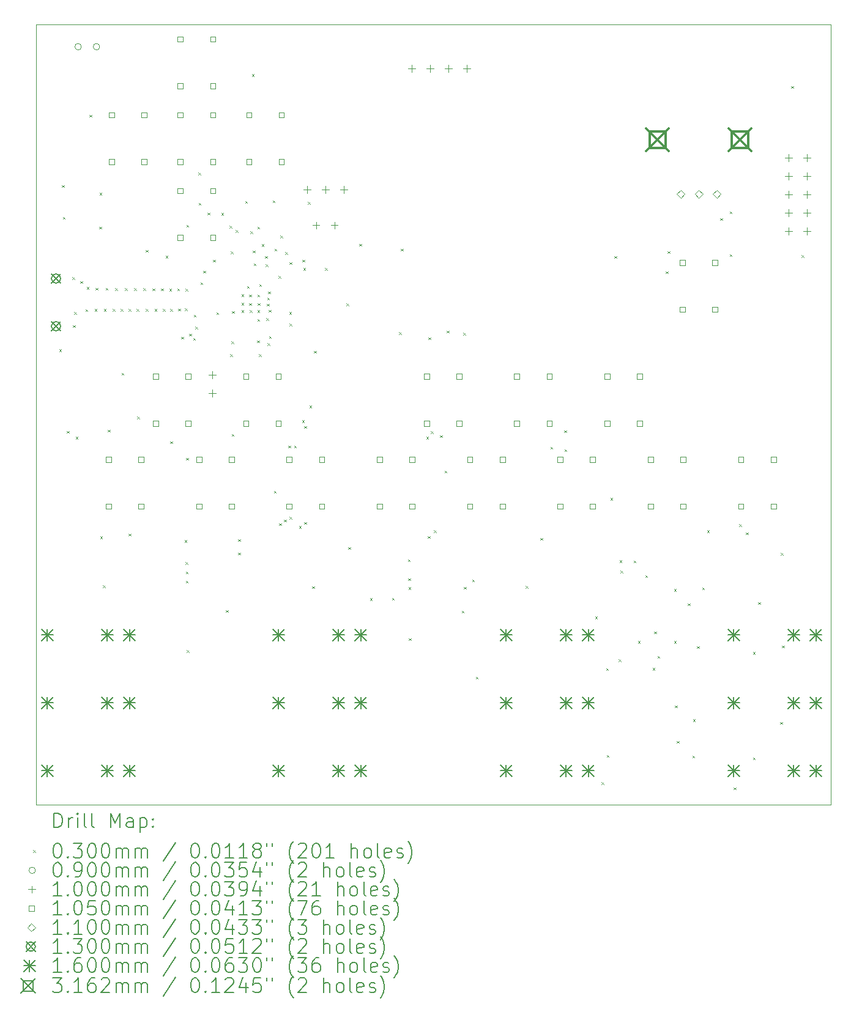
<source format=gbr>
%FSLAX45Y45*%
G04 Gerber Fmt 4.5, Leading zero omitted, Abs format (unit mm)*
G04 Created by KiCad (PCBNEW (6.0.0)) date 2022-04-06 20:06:22*
%MOMM*%
%LPD*%
G01*
G04 APERTURE LIST*
%TA.AperFunction,Profile*%
%ADD10C,0.100000*%
%TD*%
%ADD11C,0.200000*%
%ADD12C,0.030000*%
%ADD13C,0.090000*%
%ADD14C,0.100000*%
%ADD15C,0.105000*%
%ADD16C,0.110000*%
%ADD17C,0.130000*%
%ADD18C,0.160000*%
%ADD19C,0.316230*%
G04 APERTURE END LIST*
D10*
X14698420Y-15583440D02*
X14698420Y-4783440D01*
X14698420Y-15583440D02*
X3698420Y-15583440D01*
X14698420Y-4783440D02*
X3698420Y-4783440D01*
X3698420Y-15583440D02*
X3698420Y-4783440D01*
D11*
D12*
X4021060Y-9278860D02*
X4051060Y-9308860D01*
X4051060Y-9278860D02*
X4021060Y-9308860D01*
X4061700Y-7003020D02*
X4091700Y-7033020D01*
X4091700Y-7003020D02*
X4061700Y-7033020D01*
X4071860Y-7444980D02*
X4101860Y-7474980D01*
X4101860Y-7444980D02*
X4071860Y-7474980D01*
X4127740Y-10406620D02*
X4157740Y-10436620D01*
X4157740Y-10406620D02*
X4127740Y-10436620D01*
X4203940Y-8278100D02*
X4233940Y-8308100D01*
X4233940Y-8278100D02*
X4203940Y-8308100D01*
X4214100Y-8943580D02*
X4244100Y-8973580D01*
X4244100Y-8943580D02*
X4214100Y-8973580D01*
X4229340Y-8760700D02*
X4259340Y-8790700D01*
X4259340Y-8760700D02*
X4229340Y-8790700D01*
X4249660Y-10487900D02*
X4279660Y-10517900D01*
X4279660Y-10487900D02*
X4249660Y-10517900D01*
X4315700Y-8333980D02*
X4345700Y-8363980D01*
X4345700Y-8333980D02*
X4315700Y-8363980D01*
X4386820Y-8725140D02*
X4416820Y-8755140D01*
X4416820Y-8725140D02*
X4386820Y-8755140D01*
X4402060Y-8415260D02*
X4432060Y-8445260D01*
X4432060Y-8415260D02*
X4402060Y-8445260D01*
X4442700Y-6032740D02*
X4472700Y-6062740D01*
X4472700Y-6032740D02*
X4442700Y-6062740D01*
X4513820Y-8720060D02*
X4543820Y-8750060D01*
X4543820Y-8720060D02*
X4513820Y-8750060D01*
X4523980Y-8425420D02*
X4553980Y-8455420D01*
X4553980Y-8425420D02*
X4523980Y-8455420D01*
X4574780Y-7582140D02*
X4604780Y-7612140D01*
X4604780Y-7582140D02*
X4574780Y-7612140D01*
X4579860Y-7109700D02*
X4609860Y-7139700D01*
X4609860Y-7109700D02*
X4579860Y-7139700D01*
X4590020Y-11869660D02*
X4620020Y-11899660D01*
X4620020Y-11869660D02*
X4590020Y-11899660D01*
X4625580Y-12545300D02*
X4655580Y-12575300D01*
X4655580Y-12545300D02*
X4625580Y-12575300D01*
X4640820Y-8720060D02*
X4670820Y-8750060D01*
X4670820Y-8720060D02*
X4640820Y-8750060D01*
X4666220Y-8425420D02*
X4696220Y-8455420D01*
X4696220Y-8425420D02*
X4666220Y-8455420D01*
X4696700Y-10391380D02*
X4726700Y-10421380D01*
X4726700Y-10391380D02*
X4696700Y-10421380D01*
X4762740Y-8720060D02*
X4792740Y-8750060D01*
X4792740Y-8720060D02*
X4762740Y-8750060D01*
X4798300Y-8430500D02*
X4828300Y-8460500D01*
X4828300Y-8430500D02*
X4798300Y-8460500D01*
X4874500Y-8720060D02*
X4904500Y-8750060D01*
X4904500Y-8720060D02*
X4874500Y-8750060D01*
X4884660Y-9603980D02*
X4914660Y-9633980D01*
X4914660Y-9603980D02*
X4884660Y-9633980D01*
X4930380Y-8430500D02*
X4960380Y-8460500D01*
X4960380Y-8430500D02*
X4930380Y-8460500D01*
X4981180Y-8720060D02*
X5011180Y-8750060D01*
X5011180Y-8720060D02*
X4981180Y-8750060D01*
X4981180Y-11829020D02*
X5011180Y-11859020D01*
X5011180Y-11829020D02*
X4981180Y-11859020D01*
X5057380Y-8430500D02*
X5087380Y-8460500D01*
X5087380Y-8430500D02*
X5057380Y-8460500D01*
X5092940Y-8720060D02*
X5122940Y-8750060D01*
X5122940Y-8720060D02*
X5092940Y-8750060D01*
X5103100Y-10208500D02*
X5133100Y-10238500D01*
X5133100Y-10208500D02*
X5103100Y-10238500D01*
X5184380Y-8430500D02*
X5214380Y-8460500D01*
X5214380Y-8430500D02*
X5184380Y-8460500D01*
X5219940Y-7902180D02*
X5249940Y-7932180D01*
X5249940Y-7902180D02*
X5219940Y-7932180D01*
X5219940Y-8720060D02*
X5249940Y-8750060D01*
X5249940Y-8720060D02*
X5219940Y-8750060D01*
X5311380Y-8435580D02*
X5341380Y-8465580D01*
X5341380Y-8435580D02*
X5311380Y-8465580D01*
X5341860Y-8720060D02*
X5371860Y-8750060D01*
X5371860Y-8720060D02*
X5341860Y-8750060D01*
X5433300Y-8435580D02*
X5463300Y-8465580D01*
X5463300Y-8435580D02*
X5433300Y-8465580D01*
X5458700Y-8720060D02*
X5488700Y-8750060D01*
X5488700Y-8720060D02*
X5458700Y-8750060D01*
X5494260Y-7983460D02*
X5524260Y-8013460D01*
X5524260Y-7983460D02*
X5494260Y-8013460D01*
X5545060Y-8440660D02*
X5575060Y-8470660D01*
X5575060Y-8440660D02*
X5545060Y-8470660D01*
X5560300Y-8720060D02*
X5590300Y-8750060D01*
X5590300Y-8720060D02*
X5560300Y-8750060D01*
X5560300Y-10553940D02*
X5590300Y-10583940D01*
X5590300Y-10553940D02*
X5560300Y-10583940D01*
X5656820Y-8435580D02*
X5686820Y-8465580D01*
X5686820Y-8435580D02*
X5656820Y-8465580D01*
X5666980Y-8714980D02*
X5696980Y-8744980D01*
X5696980Y-8714980D02*
X5666980Y-8744980D01*
X5712700Y-9106140D02*
X5742700Y-9136140D01*
X5742700Y-9106140D02*
X5712700Y-9136140D01*
X5758420Y-11920460D02*
X5788420Y-11950460D01*
X5788420Y-11920460D02*
X5758420Y-11950460D01*
X5763500Y-8709900D02*
X5793500Y-8739900D01*
X5793500Y-8709900D02*
X5763500Y-8739900D01*
X5768580Y-8440660D02*
X5798580Y-8470660D01*
X5798580Y-8440660D02*
X5768580Y-8470660D01*
X5768580Y-12225260D02*
X5798580Y-12255260D01*
X5798580Y-12225260D02*
X5768580Y-12255260D01*
X5773660Y-12357340D02*
X5803660Y-12387340D01*
X5803660Y-12357340D02*
X5773660Y-12387340D01*
X5773660Y-12484340D02*
X5803660Y-12514340D01*
X5803660Y-12484340D02*
X5773660Y-12514340D01*
X5778740Y-10782540D02*
X5808740Y-10812540D01*
X5808740Y-10782540D02*
X5778740Y-10812540D01*
X5783820Y-7556740D02*
X5813820Y-7586740D01*
X5813820Y-7556740D02*
X5783820Y-7586740D01*
X5788900Y-13444460D02*
X5818900Y-13474460D01*
X5818900Y-13444460D02*
X5788900Y-13474460D01*
X5819380Y-9060420D02*
X5849380Y-9090420D01*
X5849380Y-9060420D02*
X5819380Y-9090420D01*
X5875260Y-9121380D02*
X5905260Y-9151380D01*
X5905260Y-9121380D02*
X5875260Y-9151380D01*
X5885420Y-8801340D02*
X5915420Y-8831340D01*
X5915420Y-8801340D02*
X5885420Y-8831340D01*
X5905740Y-8963900D02*
X5935740Y-8993900D01*
X5935740Y-8963900D02*
X5905740Y-8993900D01*
X5946380Y-6830300D02*
X5976380Y-6860300D01*
X5976380Y-6830300D02*
X5946380Y-6860300D01*
X5951460Y-7251940D02*
X5981460Y-7281940D01*
X5981460Y-7251940D02*
X5951460Y-7281940D01*
X5976860Y-8349220D02*
X6006860Y-8379220D01*
X6006860Y-8349220D02*
X5976860Y-8379220D01*
X6017500Y-8191740D02*
X6047500Y-8221740D01*
X6047500Y-8191740D02*
X6017500Y-8221740D01*
X6073380Y-7384020D02*
X6103380Y-7414020D01*
X6103380Y-7384020D02*
X6073380Y-7414020D01*
X6149580Y-8039340D02*
X6179580Y-8069340D01*
X6179580Y-8039340D02*
X6149580Y-8069340D01*
X6196128Y-8767075D02*
X6226128Y-8797075D01*
X6226128Y-8767075D02*
X6196128Y-8797075D01*
X6266420Y-7389100D02*
X6296420Y-7419100D01*
X6296420Y-7389100D02*
X6266420Y-7419100D01*
X6327380Y-12890740D02*
X6357380Y-12920740D01*
X6357380Y-12890740D02*
X6327380Y-12920740D01*
X6378180Y-7566900D02*
X6408180Y-7596900D01*
X6408180Y-7566900D02*
X6378180Y-7596900D01*
X6388340Y-9344900D02*
X6418340Y-9374900D01*
X6418340Y-9344900D02*
X6388340Y-9374900D01*
X6398500Y-7922500D02*
X6428500Y-7952500D01*
X6428500Y-7922500D02*
X6398500Y-7952500D01*
X6403580Y-9167100D02*
X6433580Y-9197100D01*
X6433580Y-9167100D02*
X6403580Y-9197100D01*
X6408660Y-10452340D02*
X6438660Y-10482340D01*
X6438660Y-10452340D02*
X6408660Y-10482340D01*
X6413740Y-8750540D02*
X6443740Y-8780540D01*
X6443740Y-8750540D02*
X6413740Y-8780540D01*
X6464540Y-7627860D02*
X6494540Y-7657860D01*
X6494540Y-7627860D02*
X6464540Y-7657860D01*
X6500100Y-11905220D02*
X6530100Y-11935220D01*
X6530100Y-11905220D02*
X6500100Y-11935220D01*
X6500100Y-12093180D02*
X6530100Y-12123180D01*
X6530100Y-12093180D02*
X6500100Y-12123180D01*
X6545820Y-8516860D02*
X6575820Y-8546860D01*
X6575820Y-8516860D02*
X6545820Y-8546860D01*
X6545820Y-8633700D02*
X6575820Y-8663700D01*
X6575820Y-8633700D02*
X6545820Y-8663700D01*
X6545820Y-8735300D02*
X6575820Y-8765300D01*
X6575820Y-8735300D02*
X6545820Y-8765300D01*
X6596620Y-7226540D02*
X6626620Y-7256540D01*
X6626620Y-7226540D02*
X6596620Y-7256540D01*
X6622020Y-8400599D02*
X6652020Y-8430599D01*
X6652020Y-8400599D02*
X6622020Y-8430599D01*
X6652500Y-8521940D02*
X6682500Y-8551940D01*
X6682500Y-8521940D02*
X6652500Y-8551940D01*
X6652500Y-8638780D02*
X6682500Y-8668780D01*
X6682500Y-8638780D02*
X6652500Y-8668780D01*
X6657580Y-8735300D02*
X6687580Y-8765300D01*
X6687580Y-8735300D02*
X6657580Y-8765300D01*
X6667740Y-7643100D02*
X6697740Y-7673100D01*
X6697740Y-7643100D02*
X6667740Y-7673100D01*
X6688060Y-5468860D02*
X6718060Y-5498860D01*
X6718060Y-5468860D02*
X6688060Y-5498860D01*
X6703300Y-7912340D02*
X6733300Y-7942340D01*
X6733300Y-7912340D02*
X6703300Y-7942340D01*
X6713460Y-8090140D02*
X6743460Y-8120140D01*
X6743460Y-8090140D02*
X6713460Y-8120140D01*
X6759180Y-9156940D02*
X6789180Y-9186940D01*
X6789180Y-9156940D02*
X6759180Y-9186940D01*
X6764260Y-7582140D02*
X6794260Y-7612140D01*
X6794260Y-7582140D02*
X6764260Y-7612140D01*
X6764260Y-8521940D02*
X6794260Y-8551940D01*
X6794260Y-8521940D02*
X6764260Y-8551940D01*
X6764260Y-8735300D02*
X6794260Y-8765300D01*
X6794260Y-8735300D02*
X6764260Y-8765300D01*
X6764260Y-8857220D02*
X6794260Y-8887220D01*
X6794260Y-8857220D02*
X6764260Y-8887220D01*
X6769340Y-8638780D02*
X6799340Y-8668780D01*
X6799340Y-8638780D02*
X6769340Y-8668780D01*
X6784580Y-9344900D02*
X6814580Y-9374900D01*
X6814580Y-9344900D02*
X6784580Y-9374900D01*
X6789660Y-8374620D02*
X6819660Y-8404620D01*
X6819660Y-8374620D02*
X6789660Y-8404620D01*
X6825220Y-7820900D02*
X6855220Y-7850900D01*
X6855220Y-7820900D02*
X6825220Y-7850900D01*
X6870940Y-7988540D02*
X6900940Y-8018540D01*
X6900940Y-7988540D02*
X6870940Y-8018540D01*
X6881100Y-8100300D02*
X6911100Y-8130300D01*
X6911100Y-8100300D02*
X6881100Y-8130300D01*
X6886180Y-8847060D02*
X6916180Y-8877060D01*
X6916180Y-8847060D02*
X6886180Y-8877060D01*
X6896340Y-8648940D02*
X6926340Y-8678940D01*
X6926340Y-8648940D02*
X6896340Y-8678940D01*
X6901420Y-8562580D02*
X6931420Y-8592580D01*
X6931420Y-8562580D02*
X6901420Y-8592580D01*
X6906451Y-9192451D02*
X6936451Y-9222451D01*
X6936451Y-9192451D02*
X6906451Y-9222451D01*
X6911580Y-8476220D02*
X6941580Y-8506220D01*
X6941580Y-8476220D02*
X6911580Y-8506220D01*
X6921740Y-8730220D02*
X6951740Y-8760220D01*
X6951740Y-8730220D02*
X6921740Y-8760220D01*
X6926820Y-9095980D02*
X6956820Y-9125980D01*
X6956820Y-9095980D02*
X6926820Y-9125980D01*
X6977620Y-7216380D02*
X7007620Y-7246380D01*
X7007620Y-7216380D02*
X6977620Y-7246380D01*
X6992860Y-11239740D02*
X7022860Y-11269740D01*
X7022860Y-11239740D02*
X6992860Y-11269740D01*
X7003020Y-7886940D02*
X7033020Y-7916940D01*
X7033020Y-7886940D02*
X7003020Y-7916940D01*
X7057581Y-8264179D02*
X7087581Y-8294179D01*
X7087581Y-8264179D02*
X7057581Y-8294179D01*
X7063980Y-11686780D02*
X7093980Y-11716780D01*
X7093980Y-11686780D02*
X7063980Y-11716780D01*
X7084300Y-7704060D02*
X7114300Y-7734060D01*
X7114300Y-7704060D02*
X7084300Y-7734060D01*
X7135100Y-11637780D02*
X7165100Y-11667780D01*
X7165100Y-11637780D02*
X7135100Y-11667780D01*
X7150340Y-7932660D02*
X7180340Y-7962660D01*
X7180340Y-7932660D02*
X7150340Y-7962660D01*
X7190980Y-10609820D02*
X7220980Y-10639820D01*
X7220980Y-10609820D02*
X7190980Y-10639820D01*
X7206220Y-8760700D02*
X7236220Y-8790700D01*
X7236220Y-8760700D02*
X7206220Y-8790700D01*
X7209672Y-11598792D02*
X7239672Y-11628792D01*
X7239672Y-11598792D02*
X7209672Y-11628792D01*
X7211300Y-8069930D02*
X7241300Y-8099930D01*
X7241300Y-8069930D02*
X7211300Y-8099930D01*
X7211300Y-8923260D02*
X7241300Y-8953260D01*
X7241300Y-8923260D02*
X7211300Y-8953260D01*
X7272260Y-10609820D02*
X7302260Y-10639820D01*
X7302260Y-10609820D02*
X7272260Y-10639820D01*
X7339067Y-11726223D02*
X7369067Y-11756223D01*
X7369067Y-11726223D02*
X7339067Y-11756223D01*
X7384020Y-10259300D02*
X7414020Y-10289300D01*
X7414020Y-10259300D02*
X7384020Y-10289300D01*
X7389100Y-8039340D02*
X7419100Y-8069340D01*
X7419100Y-8039340D02*
X7389100Y-8069340D01*
X7399260Y-8151100D02*
X7429260Y-8181100D01*
X7429260Y-8151100D02*
X7399260Y-8181100D01*
X7414500Y-10340580D02*
X7444500Y-10370580D01*
X7444500Y-10340580D02*
X7414500Y-10370580D01*
X7414500Y-11671540D02*
X7444500Y-11701540D01*
X7444500Y-11671540D02*
X7414500Y-11701540D01*
X7465300Y-7236700D02*
X7495300Y-7266700D01*
X7495300Y-7236700D02*
X7465300Y-7266700D01*
X7485620Y-10056100D02*
X7515620Y-10086100D01*
X7515620Y-10056100D02*
X7485620Y-10086100D01*
X7521180Y-12560540D02*
X7551180Y-12590540D01*
X7551180Y-12560540D02*
X7521180Y-12590540D01*
X7546580Y-9299180D02*
X7576580Y-9329180D01*
X7576580Y-9299180D02*
X7546580Y-9329180D01*
X7698980Y-8151100D02*
X7728980Y-8181100D01*
X7728980Y-8151100D02*
X7698980Y-8181100D01*
X7998700Y-8643860D02*
X8028700Y-8673860D01*
X8028700Y-8643860D02*
X7998700Y-8673860D01*
X8024100Y-12016980D02*
X8054100Y-12046980D01*
X8054100Y-12016980D02*
X8024100Y-12046980D01*
X8176500Y-7815820D02*
X8206500Y-7845820D01*
X8206500Y-7815820D02*
X8176500Y-7845820D01*
X8323820Y-12723100D02*
X8353820Y-12753100D01*
X8353820Y-12723100D02*
X8323820Y-12753100D01*
X8628620Y-12718020D02*
X8658620Y-12748020D01*
X8658620Y-12718020D02*
X8628620Y-12748020D01*
X8725140Y-9040100D02*
X8755140Y-9070100D01*
X8755140Y-9040100D02*
X8725140Y-9070100D01*
X8751577Y-7883660D02*
X8781577Y-7913660D01*
X8781577Y-7883660D02*
X8751577Y-7913660D01*
X8847060Y-12184620D02*
X8877060Y-12214620D01*
X8877060Y-12184620D02*
X8847060Y-12214620D01*
X8852140Y-12448780D02*
X8882140Y-12478780D01*
X8882140Y-12448780D02*
X8852140Y-12478780D01*
X8857220Y-12570700D02*
X8887220Y-12600700D01*
X8887220Y-12570700D02*
X8857220Y-12600700D01*
X8862300Y-13276820D02*
X8892300Y-13306820D01*
X8892300Y-13276820D02*
X8862300Y-13306820D01*
X9101060Y-10487900D02*
X9131060Y-10517900D01*
X9131060Y-10487900D02*
X9101060Y-10517900D01*
X9121380Y-11864580D02*
X9151380Y-11894580D01*
X9151380Y-11864580D02*
X9121380Y-11894580D01*
X9131540Y-9111220D02*
X9161540Y-9141220D01*
X9161540Y-9111220D02*
X9131540Y-9141220D01*
X9167100Y-10411700D02*
X9197100Y-10441700D01*
X9197100Y-10411700D02*
X9167100Y-10441700D01*
X9207740Y-11783300D02*
X9237740Y-11813300D01*
X9237740Y-11783300D02*
X9207740Y-11813300D01*
X9294100Y-10467580D02*
X9324100Y-10497580D01*
X9324100Y-10467580D02*
X9294100Y-10497580D01*
X9355060Y-10960340D02*
X9385060Y-10990340D01*
X9385060Y-10960340D02*
X9355060Y-10990340D01*
X9385540Y-9019780D02*
X9415540Y-9049780D01*
X9415540Y-9019780D02*
X9385540Y-9049780D01*
X9593820Y-12895820D02*
X9623820Y-12925820D01*
X9623820Y-12895820D02*
X9593820Y-12925820D01*
X9614140Y-9050260D02*
X9644140Y-9080260D01*
X9644140Y-9050260D02*
X9614140Y-9080260D01*
X9624300Y-12565620D02*
X9654300Y-12595620D01*
X9654300Y-12565620D02*
X9624300Y-12595620D01*
X9736060Y-12464020D02*
X9766060Y-12494020D01*
X9766060Y-12464020D02*
X9736060Y-12494020D01*
X9786860Y-13810220D02*
X9816860Y-13840220D01*
X9816860Y-13810220D02*
X9786860Y-13840220D01*
X10477740Y-12555460D02*
X10507740Y-12585460D01*
X10507740Y-12555460D02*
X10477740Y-12585460D01*
X10680940Y-11889980D02*
X10710940Y-11919980D01*
X10710940Y-11889980D02*
X10680940Y-11919980D01*
X10820099Y-10628340D02*
X10850099Y-10658340D01*
X10850099Y-10628340D02*
X10820099Y-10658340D01*
X11011140Y-10401540D02*
X11041140Y-10431540D01*
X11041140Y-10401540D02*
X11011140Y-10431540D01*
X11016220Y-10660620D02*
X11046220Y-10690620D01*
X11046220Y-10660620D02*
X11016220Y-10690620D01*
X11437860Y-12977100D02*
X11467860Y-13007100D01*
X11467860Y-12977100D02*
X11437860Y-13007100D01*
X11529300Y-15273260D02*
X11559300Y-15303260D01*
X11559300Y-15273260D02*
X11529300Y-15303260D01*
X11590260Y-13693380D02*
X11620260Y-13723380D01*
X11620260Y-13693380D02*
X11590260Y-13723380D01*
X11600420Y-14897340D02*
X11630420Y-14927340D01*
X11630420Y-14897340D02*
X11600420Y-14927340D01*
X11651220Y-11336260D02*
X11681220Y-11366260D01*
X11681220Y-11336260D02*
X11651220Y-11366260D01*
X11707100Y-7988540D02*
X11737100Y-8018540D01*
X11737100Y-7988540D02*
X11707100Y-8018540D01*
X11762980Y-13571460D02*
X11792980Y-13601460D01*
X11792980Y-13571460D02*
X11762980Y-13601460D01*
X11778220Y-12199860D02*
X11808220Y-12229860D01*
X11808220Y-12199860D02*
X11778220Y-12229860D01*
X11788380Y-12342100D02*
X11818380Y-12372100D01*
X11818380Y-12342100D02*
X11788380Y-12372100D01*
X11971260Y-12204940D02*
X12001260Y-12234940D01*
X12001260Y-12204940D02*
X11971260Y-12234940D01*
X12032220Y-13317460D02*
X12062220Y-13347460D01*
X12062220Y-13317460D02*
X12032220Y-13347460D01*
X12133820Y-12408140D02*
X12163820Y-12438140D01*
X12163820Y-12408140D02*
X12133820Y-12438140D01*
X12235420Y-13688300D02*
X12265420Y-13718300D01*
X12265420Y-13688300D02*
X12235420Y-13718300D01*
X12255740Y-13185380D02*
X12285740Y-13215380D01*
X12285740Y-13185380D02*
X12255740Y-13215380D01*
X12301460Y-13525740D02*
X12331460Y-13555740D01*
X12331460Y-13525740D02*
X12301460Y-13555740D01*
X12418300Y-8196820D02*
X12448300Y-8226820D01*
X12448300Y-8196820D02*
X12418300Y-8226820D01*
X12443700Y-7917420D02*
X12473700Y-7947420D01*
X12473700Y-7917420D02*
X12443700Y-7947420D01*
X12530060Y-12596100D02*
X12560060Y-12626100D01*
X12560060Y-12596100D02*
X12530060Y-12626100D01*
X12530060Y-13317460D02*
X12560060Y-13347460D01*
X12560060Y-13317460D02*
X12530060Y-13347460D01*
X12545300Y-14211540D02*
X12575300Y-14241540D01*
X12575300Y-14211540D02*
X12545300Y-14241540D01*
X12570700Y-14699220D02*
X12600700Y-14729220D01*
X12600700Y-14699220D02*
X12570700Y-14729220D01*
X12723100Y-12794220D02*
X12753100Y-12824220D01*
X12753100Y-12794220D02*
X12723100Y-12824220D01*
X12784060Y-14902420D02*
X12814060Y-14932420D01*
X12814060Y-14902420D02*
X12784060Y-14932420D01*
X12794220Y-14399500D02*
X12824220Y-14429500D01*
X12824220Y-14399500D02*
X12794220Y-14429500D01*
X12850100Y-13388580D02*
X12880100Y-13418580D01*
X12880100Y-13388580D02*
X12850100Y-13418580D01*
X12921220Y-12575780D02*
X12951220Y-12605780D01*
X12951220Y-12575780D02*
X12921220Y-12605780D01*
X12987260Y-11783300D02*
X13017260Y-11813300D01*
X13017260Y-11783300D02*
X12987260Y-11813300D01*
X13170140Y-7460220D02*
X13200140Y-7490220D01*
X13200140Y-7460220D02*
X13170140Y-7490220D01*
X13302220Y-7368780D02*
X13332220Y-7398780D01*
X13332220Y-7368780D02*
X13302220Y-7398780D01*
X13302220Y-7963140D02*
X13332220Y-7993140D01*
X13332220Y-7963140D02*
X13302220Y-7993140D01*
X13358100Y-15344380D02*
X13388100Y-15374380D01*
X13388100Y-15344380D02*
X13358100Y-15374380D01*
X13431082Y-11700625D02*
X13461082Y-11730625D01*
X13461082Y-11700625D02*
X13431082Y-11730625D01*
X13525740Y-11813780D02*
X13555740Y-11843780D01*
X13555740Y-11813780D02*
X13525740Y-11843780D01*
X13622260Y-13469860D02*
X13652260Y-13499860D01*
X13652260Y-13469860D02*
X13622260Y-13499860D01*
X13622260Y-14927820D02*
X13652260Y-14957820D01*
X13652260Y-14927820D02*
X13622260Y-14957820D01*
X13693380Y-12778980D02*
X13723380Y-12808980D01*
X13723380Y-12778980D02*
X13693380Y-12808980D01*
X13998180Y-14440140D02*
X14028180Y-14470140D01*
X14028180Y-14440140D02*
X13998180Y-14470140D01*
X14008340Y-12098260D02*
X14038340Y-12128260D01*
X14038340Y-12098260D02*
X14008340Y-12128260D01*
X14023580Y-13378420D02*
X14053580Y-13408420D01*
X14053580Y-13378420D02*
X14023580Y-13408420D01*
X14150580Y-5631420D02*
X14180580Y-5661420D01*
X14180580Y-5631420D02*
X14150580Y-5661420D01*
X14297900Y-7973300D02*
X14327900Y-8003300D01*
X14327900Y-7973300D02*
X14297900Y-8003300D01*
D13*
X4328920Y-5088240D02*
G75*
G03*
X4328920Y-5088240I-45000J0D01*
G01*
X4582920Y-5088240D02*
G75*
G03*
X4582920Y-5088240I-45000J0D01*
G01*
D14*
X6141720Y-9583720D02*
X6141720Y-9683720D01*
X6091720Y-9633720D02*
X6191720Y-9633720D01*
X6141720Y-9837720D02*
X6141720Y-9937720D01*
X6091720Y-9887720D02*
X6191720Y-9887720D01*
X7454900Y-7013740D02*
X7454900Y-7113740D01*
X7404900Y-7063740D02*
X7504900Y-7063740D01*
X7576320Y-7511580D02*
X7576320Y-7611580D01*
X7526320Y-7561580D02*
X7626320Y-7561580D01*
X7708900Y-7013740D02*
X7708900Y-7113740D01*
X7658900Y-7063740D02*
X7758900Y-7063740D01*
X7830320Y-7511580D02*
X7830320Y-7611580D01*
X7780320Y-7561580D02*
X7880320Y-7561580D01*
X7962900Y-7013740D02*
X7962900Y-7113740D01*
X7912900Y-7063740D02*
X8012900Y-7063740D01*
X8901860Y-5341220D02*
X8901860Y-5441220D01*
X8851860Y-5391220D02*
X8951860Y-5391220D01*
X9155860Y-5341220D02*
X9155860Y-5441220D01*
X9105860Y-5391220D02*
X9205860Y-5391220D01*
X9409860Y-5341220D02*
X9409860Y-5441220D01*
X9359860Y-5391220D02*
X9459860Y-5391220D01*
X9663860Y-5341220D02*
X9663860Y-5441220D01*
X9613860Y-5391220D02*
X9713860Y-5391220D01*
X14117820Y-6574820D02*
X14117820Y-6674820D01*
X14067820Y-6624820D02*
X14167820Y-6624820D01*
X14117820Y-6828820D02*
X14117820Y-6928820D01*
X14067820Y-6878820D02*
X14167820Y-6878820D01*
X14117820Y-7082820D02*
X14117820Y-7182820D01*
X14067820Y-7132820D02*
X14167820Y-7132820D01*
X14117820Y-7336820D02*
X14117820Y-7436820D01*
X14067820Y-7386820D02*
X14167820Y-7386820D01*
X14117820Y-7590820D02*
X14117820Y-7690820D01*
X14067820Y-7640820D02*
X14167820Y-7640820D01*
X14371820Y-6574820D02*
X14371820Y-6674820D01*
X14321820Y-6624820D02*
X14421820Y-6624820D01*
X14371820Y-6828820D02*
X14371820Y-6928820D01*
X14321820Y-6878820D02*
X14421820Y-6878820D01*
X14371820Y-7082820D02*
X14371820Y-7182820D01*
X14321820Y-7132820D02*
X14421820Y-7132820D01*
X14371820Y-7336820D02*
X14371820Y-7436820D01*
X14321820Y-7386820D02*
X14421820Y-7386820D01*
X14371820Y-7590820D02*
X14371820Y-7690820D01*
X14321820Y-7640820D02*
X14421820Y-7640820D01*
D15*
X4743214Y-10839864D02*
X4743214Y-10765617D01*
X4668967Y-10765617D01*
X4668967Y-10839864D01*
X4743214Y-10839864D01*
X4743214Y-11489863D02*
X4743214Y-11415616D01*
X4668967Y-11415616D01*
X4668967Y-11489863D01*
X4743214Y-11489863D01*
X4785544Y-6070563D02*
X4785544Y-5996316D01*
X4711297Y-5996316D01*
X4711297Y-6070563D01*
X4785544Y-6070563D01*
X4785544Y-6720563D02*
X4785544Y-6646316D01*
X4711297Y-6646316D01*
X4711297Y-6720563D01*
X4785544Y-6720563D01*
X5193214Y-10839864D02*
X5193214Y-10765617D01*
X5118967Y-10765617D01*
X5118967Y-10839864D01*
X5193214Y-10839864D01*
X5193214Y-11489863D02*
X5193214Y-11415616D01*
X5118967Y-11415616D01*
X5118967Y-11489863D01*
X5193214Y-11489863D01*
X5235544Y-6070563D02*
X5235544Y-5996316D01*
X5161297Y-5996316D01*
X5161297Y-6070563D01*
X5235544Y-6070563D01*
X5235544Y-6720563D02*
X5235544Y-6646316D01*
X5161297Y-6646316D01*
X5161297Y-6720563D01*
X5235544Y-6720563D01*
X5393214Y-9689864D02*
X5393214Y-9615617D01*
X5318967Y-9615617D01*
X5318967Y-9689864D01*
X5393214Y-9689864D01*
X5393214Y-10339864D02*
X5393214Y-10265617D01*
X5318967Y-10265617D01*
X5318967Y-10339864D01*
X5393214Y-10339864D01*
X5735543Y-5020564D02*
X5735543Y-4946317D01*
X5661296Y-4946317D01*
X5661296Y-5020564D01*
X5735543Y-5020564D01*
X5735543Y-5670563D02*
X5735543Y-5596316D01*
X5661296Y-5596316D01*
X5661296Y-5670563D01*
X5735543Y-5670563D01*
X5735543Y-6070563D02*
X5735543Y-5996316D01*
X5661296Y-5996316D01*
X5661296Y-6070563D01*
X5735543Y-6070563D01*
X5735543Y-6720563D02*
X5735543Y-6646316D01*
X5661296Y-6646316D01*
X5661296Y-6720563D01*
X5735543Y-6720563D01*
X5735543Y-7120563D02*
X5735543Y-7046316D01*
X5661296Y-7046316D01*
X5661296Y-7120563D01*
X5735543Y-7120563D01*
X5735543Y-7770563D02*
X5735543Y-7696316D01*
X5661296Y-7696316D01*
X5661296Y-7770563D01*
X5735543Y-7770563D01*
X5843213Y-9689864D02*
X5843213Y-9615617D01*
X5768966Y-9615617D01*
X5768966Y-9689864D01*
X5843213Y-9689864D01*
X5843213Y-10339864D02*
X5843213Y-10265617D01*
X5768966Y-10265617D01*
X5768966Y-10339864D01*
X5843213Y-10339864D01*
X5993213Y-10839864D02*
X5993213Y-10765617D01*
X5918966Y-10765617D01*
X5918966Y-10839864D01*
X5993213Y-10839864D01*
X5993213Y-11489863D02*
X5993213Y-11415616D01*
X5918966Y-11415616D01*
X5918966Y-11489863D01*
X5993213Y-11489863D01*
X6185543Y-5020564D02*
X6185543Y-4946317D01*
X6111296Y-4946317D01*
X6111296Y-5020564D01*
X6185543Y-5020564D01*
X6185543Y-5670563D02*
X6185543Y-5596316D01*
X6111296Y-5596316D01*
X6111296Y-5670563D01*
X6185543Y-5670563D01*
X6185543Y-6070563D02*
X6185543Y-5996316D01*
X6111296Y-5996316D01*
X6111296Y-6070563D01*
X6185543Y-6070563D01*
X6185543Y-6720563D02*
X6185543Y-6646316D01*
X6111296Y-6646316D01*
X6111296Y-6720563D01*
X6185543Y-6720563D01*
X6185543Y-7120563D02*
X6185543Y-7046316D01*
X6111296Y-7046316D01*
X6111296Y-7120563D01*
X6185543Y-7120563D01*
X6185543Y-7770563D02*
X6185543Y-7696316D01*
X6111296Y-7696316D01*
X6111296Y-7770563D01*
X6185543Y-7770563D01*
X6443213Y-10839864D02*
X6443213Y-10765617D01*
X6368966Y-10765617D01*
X6368966Y-10839864D01*
X6443213Y-10839864D01*
X6443213Y-11489863D02*
X6443213Y-11415616D01*
X6368966Y-11415616D01*
X6368966Y-11489863D01*
X6443213Y-11489863D01*
X6643213Y-9689864D02*
X6643213Y-9615617D01*
X6568966Y-9615617D01*
X6568966Y-9689864D01*
X6643213Y-9689864D01*
X6643213Y-10339864D02*
X6643213Y-10265617D01*
X6568966Y-10265617D01*
X6568966Y-10339864D01*
X6643213Y-10339864D01*
X6685543Y-6070563D02*
X6685543Y-5996316D01*
X6611296Y-5996316D01*
X6611296Y-6070563D01*
X6685543Y-6070563D01*
X6685543Y-6720563D02*
X6685543Y-6646316D01*
X6611296Y-6646316D01*
X6611296Y-6720563D01*
X6685543Y-6720563D01*
X7093213Y-9689864D02*
X7093213Y-9615617D01*
X7018966Y-9615617D01*
X7018966Y-9689864D01*
X7093213Y-9689864D01*
X7093213Y-10339864D02*
X7093213Y-10265617D01*
X7018966Y-10265617D01*
X7018966Y-10339864D01*
X7093213Y-10339864D01*
X7135543Y-6070563D02*
X7135543Y-5996316D01*
X7061296Y-5996316D01*
X7061296Y-6070563D01*
X7135543Y-6070563D01*
X7135543Y-6720563D02*
X7135543Y-6646316D01*
X7061296Y-6646316D01*
X7061296Y-6720563D01*
X7135543Y-6720563D01*
X7243213Y-10839864D02*
X7243213Y-10765617D01*
X7168966Y-10765617D01*
X7168966Y-10839864D01*
X7243213Y-10839864D01*
X7243213Y-11489863D02*
X7243213Y-11415616D01*
X7168966Y-11415616D01*
X7168966Y-11489863D01*
X7243213Y-11489863D01*
X7693213Y-10839864D02*
X7693213Y-10765617D01*
X7618966Y-10765617D01*
X7618966Y-10839864D01*
X7693213Y-10839864D01*
X7693213Y-11489863D02*
X7693213Y-11415616D01*
X7618966Y-11415616D01*
X7618966Y-11489863D01*
X7693213Y-11489863D01*
X8493214Y-10839864D02*
X8493214Y-10765617D01*
X8418967Y-10765617D01*
X8418967Y-10839864D01*
X8493214Y-10839864D01*
X8493214Y-11489863D02*
X8493214Y-11415616D01*
X8418967Y-11415616D01*
X8418967Y-11489863D01*
X8493214Y-11489863D01*
X8943214Y-10839864D02*
X8943214Y-10765617D01*
X8868967Y-10765617D01*
X8868967Y-10839864D01*
X8943214Y-10839864D01*
X8943214Y-11489863D02*
X8943214Y-11415616D01*
X8868967Y-11415616D01*
X8868967Y-11489863D01*
X8943214Y-11489863D01*
X9143214Y-9689864D02*
X9143214Y-9615617D01*
X9068967Y-9615617D01*
X9068967Y-9689864D01*
X9143214Y-9689864D01*
X9143214Y-10339864D02*
X9143214Y-10265617D01*
X9068967Y-10265617D01*
X9068967Y-10339864D01*
X9143214Y-10339864D01*
X9593214Y-9689864D02*
X9593214Y-9615617D01*
X9518967Y-9615617D01*
X9518967Y-9689864D01*
X9593214Y-9689864D01*
X9593214Y-10339864D02*
X9593214Y-10265617D01*
X9518967Y-10265617D01*
X9518967Y-10339864D01*
X9593214Y-10339864D01*
X9743214Y-10839864D02*
X9743214Y-10765617D01*
X9668967Y-10765617D01*
X9668967Y-10839864D01*
X9743214Y-10839864D01*
X9743214Y-11489863D02*
X9743214Y-11415616D01*
X9668967Y-11415616D01*
X9668967Y-11489863D01*
X9743214Y-11489863D01*
X10193214Y-10839864D02*
X10193214Y-10765617D01*
X10118967Y-10765617D01*
X10118967Y-10839864D01*
X10193214Y-10839864D01*
X10193214Y-11489863D02*
X10193214Y-11415616D01*
X10118967Y-11415616D01*
X10118967Y-11489863D01*
X10193214Y-11489863D01*
X10393214Y-9689864D02*
X10393214Y-9615617D01*
X10318967Y-9615617D01*
X10318967Y-9689864D01*
X10393214Y-9689864D01*
X10393214Y-10339864D02*
X10393214Y-10265617D01*
X10318967Y-10265617D01*
X10318967Y-10339864D01*
X10393214Y-10339864D01*
X10843214Y-9689864D02*
X10843214Y-9615617D01*
X10768967Y-9615617D01*
X10768967Y-9689864D01*
X10843214Y-9689864D01*
X10843214Y-10339864D02*
X10843214Y-10265617D01*
X10768967Y-10265617D01*
X10768967Y-10339864D01*
X10843214Y-10339864D01*
X10993164Y-10839864D02*
X10993164Y-10765617D01*
X10918917Y-10765617D01*
X10918917Y-10839864D01*
X10993164Y-10839864D01*
X10993164Y-11489863D02*
X10993164Y-11415616D01*
X10918917Y-11415616D01*
X10918917Y-11489863D01*
X10993164Y-11489863D01*
X11443163Y-10839864D02*
X11443163Y-10765617D01*
X11368916Y-10765617D01*
X11368916Y-10839864D01*
X11443163Y-10839864D01*
X11443163Y-11489863D02*
X11443163Y-11415616D01*
X11368916Y-11415616D01*
X11368916Y-11489863D01*
X11443163Y-11489863D01*
X11643213Y-9689864D02*
X11643213Y-9615617D01*
X11568966Y-9615617D01*
X11568966Y-9689864D01*
X11643213Y-9689864D01*
X11643213Y-10339864D02*
X11643213Y-10265617D01*
X11568966Y-10265617D01*
X11568966Y-10339864D01*
X11643213Y-10339864D01*
X12093213Y-9689864D02*
X12093213Y-9615617D01*
X12018966Y-9615617D01*
X12018966Y-9689864D01*
X12093213Y-9689864D01*
X12093213Y-10339864D02*
X12093213Y-10265617D01*
X12018966Y-10265617D01*
X12018966Y-10339864D01*
X12093213Y-10339864D01*
X12243163Y-10839864D02*
X12243163Y-10765617D01*
X12168916Y-10765617D01*
X12168916Y-10839864D01*
X12243163Y-10839864D01*
X12243163Y-11489863D02*
X12243163Y-11415616D01*
X12168916Y-11415616D01*
X12168916Y-11489863D01*
X12243163Y-11489863D01*
X12685656Y-8112964D02*
X12685656Y-8038717D01*
X12611409Y-8038717D01*
X12611409Y-8112964D01*
X12685656Y-8112964D01*
X12685656Y-8762965D02*
X12685656Y-8688718D01*
X12611409Y-8688718D01*
X12611409Y-8762965D01*
X12685656Y-8762965D01*
X12693163Y-10839864D02*
X12693163Y-10765617D01*
X12618916Y-10765617D01*
X12618916Y-10839864D01*
X12693163Y-10839864D01*
X12693163Y-11489863D02*
X12693163Y-11415616D01*
X12618916Y-11415616D01*
X12618916Y-11489863D01*
X12693163Y-11489863D01*
X13135656Y-8112964D02*
X13135656Y-8038717D01*
X13061409Y-8038717D01*
X13061409Y-8112964D01*
X13135656Y-8112964D01*
X13135656Y-8762965D02*
X13135656Y-8688718D01*
X13061409Y-8688718D01*
X13061409Y-8762965D01*
X13135656Y-8762965D01*
X13493163Y-10839864D02*
X13493163Y-10765617D01*
X13418916Y-10765617D01*
X13418916Y-10839864D01*
X13493163Y-10839864D01*
X13493163Y-11489863D02*
X13493163Y-11415616D01*
X13418916Y-11415616D01*
X13418916Y-11489863D01*
X13493163Y-11489863D01*
X13943163Y-10839864D02*
X13943163Y-10765617D01*
X13868916Y-10765617D01*
X13868916Y-10839864D01*
X13943163Y-10839864D01*
X13943163Y-11489863D02*
X13943163Y-11415616D01*
X13868916Y-11415616D01*
X13868916Y-11489863D01*
X13943163Y-11489863D01*
D16*
X12622700Y-7181750D02*
X12677700Y-7126750D01*
X12622700Y-7071750D01*
X12567700Y-7126750D01*
X12622700Y-7181750D01*
X12872700Y-7181750D02*
X12927700Y-7126750D01*
X12872700Y-7071750D01*
X12817700Y-7126750D01*
X12872700Y-7181750D01*
X13122700Y-7181750D02*
X13177700Y-7126750D01*
X13122700Y-7071750D01*
X13067700Y-7126750D01*
X13122700Y-7181750D01*
D17*
X3913030Y-8233380D02*
X4043030Y-8363380D01*
X4043030Y-8233380D02*
X3913030Y-8363380D01*
X4043030Y-8298380D02*
G75*
G03*
X4043030Y-8298380I-65000J0D01*
G01*
X3913030Y-8893380D02*
X4043030Y-9023380D01*
X4043030Y-8893380D02*
X3913030Y-9023380D01*
X4043030Y-8958380D02*
G75*
G03*
X4043030Y-8958380I-65000J0D01*
G01*
D18*
X3775920Y-13153440D02*
X3935920Y-13313440D01*
X3935920Y-13153440D02*
X3775920Y-13313440D01*
X3855920Y-13153440D02*
X3855920Y-13313440D01*
X3775920Y-13233440D02*
X3935920Y-13233440D01*
X3776420Y-14093440D02*
X3936420Y-14253440D01*
X3936420Y-14093440D02*
X3776420Y-14253440D01*
X3856420Y-14093440D02*
X3856420Y-14253440D01*
X3776420Y-14173440D02*
X3936420Y-14173440D01*
X3776420Y-15031080D02*
X3936420Y-15191080D01*
X3936420Y-15031080D02*
X3776420Y-15191080D01*
X3856420Y-15031080D02*
X3856420Y-15191080D01*
X3776420Y-15111080D02*
X3936420Y-15111080D01*
X4605920Y-13153440D02*
X4765920Y-13313440D01*
X4765920Y-13153440D02*
X4605920Y-13313440D01*
X4685920Y-13153440D02*
X4685920Y-13313440D01*
X4605920Y-13233440D02*
X4765920Y-13233440D01*
X4606420Y-14093440D02*
X4766420Y-14253440D01*
X4766420Y-14093440D02*
X4606420Y-14253440D01*
X4686420Y-14093440D02*
X4686420Y-14253440D01*
X4606420Y-14173440D02*
X4766420Y-14173440D01*
X4606420Y-15031080D02*
X4766420Y-15191080D01*
X4766420Y-15031080D02*
X4606420Y-15191080D01*
X4686420Y-15031080D02*
X4686420Y-15191080D01*
X4606420Y-15111080D02*
X4766420Y-15111080D01*
X4915920Y-13153440D02*
X5075920Y-13313440D01*
X5075920Y-13153440D02*
X4915920Y-13313440D01*
X4995920Y-13153440D02*
X4995920Y-13313440D01*
X4915920Y-13233440D02*
X5075920Y-13233440D01*
X4916420Y-14093440D02*
X5076420Y-14253440D01*
X5076420Y-14093440D02*
X4916420Y-14253440D01*
X4996420Y-14093440D02*
X4996420Y-14253440D01*
X4916420Y-14173440D02*
X5076420Y-14173440D01*
X4916420Y-15031080D02*
X5076420Y-15191080D01*
X5076420Y-15031080D02*
X4916420Y-15191080D01*
X4996420Y-15031080D02*
X4996420Y-15191080D01*
X4916420Y-15111080D02*
X5076420Y-15111080D01*
X6976420Y-13153440D02*
X7136420Y-13313440D01*
X7136420Y-13153440D02*
X6976420Y-13313440D01*
X7056420Y-13153440D02*
X7056420Y-13313440D01*
X6976420Y-13233440D02*
X7136420Y-13233440D01*
X6976420Y-14093440D02*
X7136420Y-14253440D01*
X7136420Y-14093440D02*
X6976420Y-14253440D01*
X7056420Y-14093440D02*
X7056420Y-14253440D01*
X6976420Y-14173440D02*
X7136420Y-14173440D01*
X6976420Y-15031080D02*
X7136420Y-15191080D01*
X7136420Y-15031080D02*
X6976420Y-15191080D01*
X7056420Y-15031080D02*
X7056420Y-15191080D01*
X6976420Y-15111080D02*
X7136420Y-15111080D01*
X7806420Y-13153440D02*
X7966420Y-13313440D01*
X7966420Y-13153440D02*
X7806420Y-13313440D01*
X7886420Y-13153440D02*
X7886420Y-13313440D01*
X7806420Y-13233440D02*
X7966420Y-13233440D01*
X7806420Y-14093440D02*
X7966420Y-14253440D01*
X7966420Y-14093440D02*
X7806420Y-14253440D01*
X7886420Y-14093440D02*
X7886420Y-14253440D01*
X7806420Y-14173440D02*
X7966420Y-14173440D01*
X7806420Y-15031080D02*
X7966420Y-15191080D01*
X7966420Y-15031080D02*
X7806420Y-15191080D01*
X7886420Y-15031080D02*
X7886420Y-15191080D01*
X7806420Y-15111080D02*
X7966420Y-15111080D01*
X8116420Y-13153440D02*
X8276420Y-13313440D01*
X8276420Y-13153440D02*
X8116420Y-13313440D01*
X8196420Y-13153440D02*
X8196420Y-13313440D01*
X8116420Y-13233440D02*
X8276420Y-13233440D01*
X8116420Y-14093440D02*
X8276420Y-14253440D01*
X8276420Y-14093440D02*
X8116420Y-14253440D01*
X8196420Y-14093440D02*
X8196420Y-14253440D01*
X8116420Y-14173440D02*
X8276420Y-14173440D01*
X8116420Y-15031080D02*
X8276420Y-15191080D01*
X8276420Y-15031080D02*
X8116420Y-15191080D01*
X8196420Y-15031080D02*
X8196420Y-15191080D01*
X8116420Y-15111080D02*
X8276420Y-15111080D01*
X10126420Y-13153440D02*
X10286420Y-13313440D01*
X10286420Y-13153440D02*
X10126420Y-13313440D01*
X10206420Y-13153440D02*
X10206420Y-13313440D01*
X10126420Y-13233440D02*
X10286420Y-13233440D01*
X10126420Y-14093440D02*
X10286420Y-14253440D01*
X10286420Y-14093440D02*
X10126420Y-14253440D01*
X10206420Y-14093440D02*
X10206420Y-14253440D01*
X10126420Y-14173440D02*
X10286420Y-14173440D01*
X10126420Y-15031080D02*
X10286420Y-15191080D01*
X10286420Y-15031080D02*
X10126420Y-15191080D01*
X10206420Y-15031080D02*
X10206420Y-15191080D01*
X10126420Y-15111080D02*
X10286420Y-15111080D01*
X10956420Y-13153440D02*
X11116420Y-13313440D01*
X11116420Y-13153440D02*
X10956420Y-13313440D01*
X11036420Y-13153440D02*
X11036420Y-13313440D01*
X10956420Y-13233440D02*
X11116420Y-13233440D01*
X10956420Y-14093440D02*
X11116420Y-14253440D01*
X11116420Y-14093440D02*
X10956420Y-14253440D01*
X11036420Y-14093440D02*
X11036420Y-14253440D01*
X10956420Y-14173440D02*
X11116420Y-14173440D01*
X10956420Y-15031080D02*
X11116420Y-15191080D01*
X11116420Y-15031080D02*
X10956420Y-15191080D01*
X11036420Y-15031080D02*
X11036420Y-15191080D01*
X10956420Y-15111080D02*
X11116420Y-15111080D01*
X11266420Y-13153440D02*
X11426420Y-13313440D01*
X11426420Y-13153440D02*
X11266420Y-13313440D01*
X11346420Y-13153440D02*
X11346420Y-13313440D01*
X11266420Y-13233440D02*
X11426420Y-13233440D01*
X11266420Y-14093440D02*
X11426420Y-14253440D01*
X11426420Y-14093440D02*
X11266420Y-14253440D01*
X11346420Y-14093440D02*
X11346420Y-14253440D01*
X11266420Y-14173440D02*
X11426420Y-14173440D01*
X11266420Y-15031080D02*
X11426420Y-15191080D01*
X11426420Y-15031080D02*
X11266420Y-15191080D01*
X11346420Y-15031080D02*
X11346420Y-15191080D01*
X11266420Y-15111080D02*
X11426420Y-15111080D01*
X13276420Y-13153440D02*
X13436420Y-13313440D01*
X13436420Y-13153440D02*
X13276420Y-13313440D01*
X13356420Y-13153440D02*
X13356420Y-13313440D01*
X13276420Y-13233440D02*
X13436420Y-13233440D01*
X13276420Y-14093440D02*
X13436420Y-14253440D01*
X13436420Y-14093440D02*
X13276420Y-14253440D01*
X13356420Y-14093440D02*
X13356420Y-14253440D01*
X13276420Y-14173440D02*
X13436420Y-14173440D01*
X13276420Y-15033440D02*
X13436420Y-15193440D01*
X13436420Y-15033440D02*
X13276420Y-15193440D01*
X13356420Y-15033440D02*
X13356420Y-15193440D01*
X13276420Y-15113440D02*
X13436420Y-15113440D01*
X14106420Y-13153440D02*
X14266420Y-13313440D01*
X14266420Y-13153440D02*
X14106420Y-13313440D01*
X14186420Y-13153440D02*
X14186420Y-13313440D01*
X14106420Y-13233440D02*
X14266420Y-13233440D01*
X14106420Y-14093440D02*
X14266420Y-14253440D01*
X14266420Y-14093440D02*
X14106420Y-14253440D01*
X14186420Y-14093440D02*
X14186420Y-14253440D01*
X14106420Y-14173440D02*
X14266420Y-14173440D01*
X14106420Y-15033440D02*
X14266420Y-15193440D01*
X14266420Y-15033440D02*
X14106420Y-15193440D01*
X14186420Y-15033440D02*
X14186420Y-15193440D01*
X14106420Y-15113440D02*
X14266420Y-15113440D01*
X14416420Y-13153440D02*
X14576420Y-13313440D01*
X14576420Y-13153440D02*
X14416420Y-13313440D01*
X14496420Y-13153440D02*
X14496420Y-13313440D01*
X14416420Y-13233440D02*
X14576420Y-13233440D01*
X14416420Y-14093440D02*
X14576420Y-14253440D01*
X14576420Y-14093440D02*
X14416420Y-14253440D01*
X14496420Y-14093440D02*
X14496420Y-14253440D01*
X14416420Y-14173440D02*
X14576420Y-14173440D01*
X14416420Y-15033440D02*
X14576420Y-15193440D01*
X14576420Y-15033440D02*
X14416420Y-15193440D01*
X14496420Y-15033440D02*
X14496420Y-15193440D01*
X14416420Y-15113440D02*
X14576420Y-15113440D01*
D19*
X12144585Y-6218635D02*
X12460815Y-6534865D01*
X12460815Y-6218635D02*
X12144585Y-6534865D01*
X12414505Y-6488555D02*
X12414505Y-6264945D01*
X12190895Y-6264945D01*
X12190895Y-6488555D01*
X12414505Y-6488555D01*
X13284585Y-6218635D02*
X13600815Y-6534865D01*
X13600815Y-6218635D02*
X13284585Y-6534865D01*
X13554505Y-6488555D02*
X13554505Y-6264945D01*
X13330895Y-6264945D01*
X13330895Y-6488555D01*
X13554505Y-6488555D01*
D11*
X3951039Y-15898916D02*
X3951039Y-15698916D01*
X3998658Y-15698916D01*
X4027229Y-15708440D01*
X4046277Y-15727488D01*
X4055801Y-15746535D01*
X4065325Y-15784630D01*
X4065325Y-15813202D01*
X4055801Y-15851297D01*
X4046277Y-15870345D01*
X4027229Y-15889392D01*
X3998658Y-15898916D01*
X3951039Y-15898916D01*
X4151039Y-15898916D02*
X4151039Y-15765583D01*
X4151039Y-15803678D02*
X4160563Y-15784630D01*
X4170087Y-15775107D01*
X4189134Y-15765583D01*
X4208182Y-15765583D01*
X4274849Y-15898916D02*
X4274849Y-15765583D01*
X4274849Y-15698916D02*
X4265325Y-15708440D01*
X4274849Y-15717964D01*
X4284372Y-15708440D01*
X4274849Y-15698916D01*
X4274849Y-15717964D01*
X4398658Y-15898916D02*
X4379610Y-15889392D01*
X4370087Y-15870345D01*
X4370087Y-15698916D01*
X4503420Y-15898916D02*
X4484372Y-15889392D01*
X4474849Y-15870345D01*
X4474849Y-15698916D01*
X4731991Y-15898916D02*
X4731991Y-15698916D01*
X4798658Y-15841773D01*
X4865325Y-15698916D01*
X4865325Y-15898916D01*
X5046277Y-15898916D02*
X5046277Y-15794154D01*
X5036753Y-15775107D01*
X5017706Y-15765583D01*
X4979610Y-15765583D01*
X4960563Y-15775107D01*
X5046277Y-15889392D02*
X5027230Y-15898916D01*
X4979610Y-15898916D01*
X4960563Y-15889392D01*
X4951039Y-15870345D01*
X4951039Y-15851297D01*
X4960563Y-15832249D01*
X4979610Y-15822726D01*
X5027230Y-15822726D01*
X5046277Y-15813202D01*
X5141515Y-15765583D02*
X5141515Y-15965583D01*
X5141515Y-15775107D02*
X5160563Y-15765583D01*
X5198658Y-15765583D01*
X5217706Y-15775107D01*
X5227230Y-15784630D01*
X5236753Y-15803678D01*
X5236753Y-15860821D01*
X5227230Y-15879868D01*
X5217706Y-15889392D01*
X5198658Y-15898916D01*
X5160563Y-15898916D01*
X5141515Y-15889392D01*
X5322468Y-15879868D02*
X5331991Y-15889392D01*
X5322468Y-15898916D01*
X5312944Y-15889392D01*
X5322468Y-15879868D01*
X5322468Y-15898916D01*
X5322468Y-15775107D02*
X5331991Y-15784630D01*
X5322468Y-15794154D01*
X5312944Y-15784630D01*
X5322468Y-15775107D01*
X5322468Y-15794154D01*
D12*
X3663420Y-16213440D02*
X3693420Y-16243440D01*
X3693420Y-16213440D02*
X3663420Y-16243440D01*
D11*
X3989134Y-16118916D02*
X4008182Y-16118916D01*
X4027229Y-16128440D01*
X4036753Y-16137964D01*
X4046277Y-16157011D01*
X4055801Y-16195107D01*
X4055801Y-16242726D01*
X4046277Y-16280821D01*
X4036753Y-16299868D01*
X4027229Y-16309392D01*
X4008182Y-16318916D01*
X3989134Y-16318916D01*
X3970087Y-16309392D01*
X3960563Y-16299868D01*
X3951039Y-16280821D01*
X3941515Y-16242726D01*
X3941515Y-16195107D01*
X3951039Y-16157011D01*
X3960563Y-16137964D01*
X3970087Y-16128440D01*
X3989134Y-16118916D01*
X4141515Y-16299868D02*
X4151039Y-16309392D01*
X4141515Y-16318916D01*
X4131991Y-16309392D01*
X4141515Y-16299868D01*
X4141515Y-16318916D01*
X4217706Y-16118916D02*
X4341515Y-16118916D01*
X4274849Y-16195107D01*
X4303420Y-16195107D01*
X4322468Y-16204630D01*
X4331991Y-16214154D01*
X4341515Y-16233202D01*
X4341515Y-16280821D01*
X4331991Y-16299868D01*
X4322468Y-16309392D01*
X4303420Y-16318916D01*
X4246277Y-16318916D01*
X4227230Y-16309392D01*
X4217706Y-16299868D01*
X4465325Y-16118916D02*
X4484372Y-16118916D01*
X4503420Y-16128440D01*
X4512944Y-16137964D01*
X4522468Y-16157011D01*
X4531991Y-16195107D01*
X4531991Y-16242726D01*
X4522468Y-16280821D01*
X4512944Y-16299868D01*
X4503420Y-16309392D01*
X4484372Y-16318916D01*
X4465325Y-16318916D01*
X4446277Y-16309392D01*
X4436753Y-16299868D01*
X4427230Y-16280821D01*
X4417706Y-16242726D01*
X4417706Y-16195107D01*
X4427230Y-16157011D01*
X4436753Y-16137964D01*
X4446277Y-16128440D01*
X4465325Y-16118916D01*
X4655801Y-16118916D02*
X4674849Y-16118916D01*
X4693896Y-16128440D01*
X4703420Y-16137964D01*
X4712944Y-16157011D01*
X4722468Y-16195107D01*
X4722468Y-16242726D01*
X4712944Y-16280821D01*
X4703420Y-16299868D01*
X4693896Y-16309392D01*
X4674849Y-16318916D01*
X4655801Y-16318916D01*
X4636753Y-16309392D01*
X4627230Y-16299868D01*
X4617706Y-16280821D01*
X4608182Y-16242726D01*
X4608182Y-16195107D01*
X4617706Y-16157011D01*
X4627230Y-16137964D01*
X4636753Y-16128440D01*
X4655801Y-16118916D01*
X4808182Y-16318916D02*
X4808182Y-16185583D01*
X4808182Y-16204630D02*
X4817706Y-16195107D01*
X4836753Y-16185583D01*
X4865325Y-16185583D01*
X4884372Y-16195107D01*
X4893896Y-16214154D01*
X4893896Y-16318916D01*
X4893896Y-16214154D02*
X4903420Y-16195107D01*
X4922468Y-16185583D01*
X4951039Y-16185583D01*
X4970087Y-16195107D01*
X4979610Y-16214154D01*
X4979610Y-16318916D01*
X5074849Y-16318916D02*
X5074849Y-16185583D01*
X5074849Y-16204630D02*
X5084372Y-16195107D01*
X5103420Y-16185583D01*
X5131991Y-16185583D01*
X5151039Y-16195107D01*
X5160563Y-16214154D01*
X5160563Y-16318916D01*
X5160563Y-16214154D02*
X5170087Y-16195107D01*
X5189134Y-16185583D01*
X5217706Y-16185583D01*
X5236753Y-16195107D01*
X5246277Y-16214154D01*
X5246277Y-16318916D01*
X5636753Y-16109392D02*
X5465325Y-16366535D01*
X5893896Y-16118916D02*
X5912944Y-16118916D01*
X5931991Y-16128440D01*
X5941515Y-16137964D01*
X5951039Y-16157011D01*
X5960563Y-16195107D01*
X5960563Y-16242726D01*
X5951039Y-16280821D01*
X5941515Y-16299868D01*
X5931991Y-16309392D01*
X5912944Y-16318916D01*
X5893896Y-16318916D01*
X5874848Y-16309392D01*
X5865325Y-16299868D01*
X5855801Y-16280821D01*
X5846277Y-16242726D01*
X5846277Y-16195107D01*
X5855801Y-16157011D01*
X5865325Y-16137964D01*
X5874848Y-16128440D01*
X5893896Y-16118916D01*
X6046277Y-16299868D02*
X6055801Y-16309392D01*
X6046277Y-16318916D01*
X6036753Y-16309392D01*
X6046277Y-16299868D01*
X6046277Y-16318916D01*
X6179610Y-16118916D02*
X6198658Y-16118916D01*
X6217706Y-16128440D01*
X6227229Y-16137964D01*
X6236753Y-16157011D01*
X6246277Y-16195107D01*
X6246277Y-16242726D01*
X6236753Y-16280821D01*
X6227229Y-16299868D01*
X6217706Y-16309392D01*
X6198658Y-16318916D01*
X6179610Y-16318916D01*
X6160563Y-16309392D01*
X6151039Y-16299868D01*
X6141515Y-16280821D01*
X6131991Y-16242726D01*
X6131991Y-16195107D01*
X6141515Y-16157011D01*
X6151039Y-16137964D01*
X6160563Y-16128440D01*
X6179610Y-16118916D01*
X6436753Y-16318916D02*
X6322468Y-16318916D01*
X6379610Y-16318916D02*
X6379610Y-16118916D01*
X6360563Y-16147488D01*
X6341515Y-16166535D01*
X6322468Y-16176059D01*
X6627229Y-16318916D02*
X6512944Y-16318916D01*
X6570087Y-16318916D02*
X6570087Y-16118916D01*
X6551039Y-16147488D01*
X6531991Y-16166535D01*
X6512944Y-16176059D01*
X6741515Y-16204630D02*
X6722468Y-16195107D01*
X6712944Y-16185583D01*
X6703420Y-16166535D01*
X6703420Y-16157011D01*
X6712944Y-16137964D01*
X6722468Y-16128440D01*
X6741515Y-16118916D01*
X6779610Y-16118916D01*
X6798658Y-16128440D01*
X6808182Y-16137964D01*
X6817706Y-16157011D01*
X6817706Y-16166535D01*
X6808182Y-16185583D01*
X6798658Y-16195107D01*
X6779610Y-16204630D01*
X6741515Y-16204630D01*
X6722468Y-16214154D01*
X6712944Y-16223678D01*
X6703420Y-16242726D01*
X6703420Y-16280821D01*
X6712944Y-16299868D01*
X6722468Y-16309392D01*
X6741515Y-16318916D01*
X6779610Y-16318916D01*
X6798658Y-16309392D01*
X6808182Y-16299868D01*
X6817706Y-16280821D01*
X6817706Y-16242726D01*
X6808182Y-16223678D01*
X6798658Y-16214154D01*
X6779610Y-16204630D01*
X6893896Y-16118916D02*
X6893896Y-16157011D01*
X6970087Y-16118916D02*
X6970087Y-16157011D01*
X7265325Y-16395107D02*
X7255801Y-16385583D01*
X7236753Y-16357011D01*
X7227229Y-16337964D01*
X7217706Y-16309392D01*
X7208182Y-16261773D01*
X7208182Y-16223678D01*
X7217706Y-16176059D01*
X7227229Y-16147488D01*
X7236753Y-16128440D01*
X7255801Y-16099868D01*
X7265325Y-16090345D01*
X7331991Y-16137964D02*
X7341515Y-16128440D01*
X7360563Y-16118916D01*
X7408182Y-16118916D01*
X7427229Y-16128440D01*
X7436753Y-16137964D01*
X7446277Y-16157011D01*
X7446277Y-16176059D01*
X7436753Y-16204630D01*
X7322468Y-16318916D01*
X7446277Y-16318916D01*
X7570087Y-16118916D02*
X7589134Y-16118916D01*
X7608182Y-16128440D01*
X7617706Y-16137964D01*
X7627229Y-16157011D01*
X7636753Y-16195107D01*
X7636753Y-16242726D01*
X7627229Y-16280821D01*
X7617706Y-16299868D01*
X7608182Y-16309392D01*
X7589134Y-16318916D01*
X7570087Y-16318916D01*
X7551039Y-16309392D01*
X7541515Y-16299868D01*
X7531991Y-16280821D01*
X7522468Y-16242726D01*
X7522468Y-16195107D01*
X7531991Y-16157011D01*
X7541515Y-16137964D01*
X7551039Y-16128440D01*
X7570087Y-16118916D01*
X7827229Y-16318916D02*
X7712944Y-16318916D01*
X7770087Y-16318916D02*
X7770087Y-16118916D01*
X7751039Y-16147488D01*
X7731991Y-16166535D01*
X7712944Y-16176059D01*
X8065325Y-16318916D02*
X8065325Y-16118916D01*
X8151039Y-16318916D02*
X8151039Y-16214154D01*
X8141515Y-16195107D01*
X8122468Y-16185583D01*
X8093896Y-16185583D01*
X8074848Y-16195107D01*
X8065325Y-16204630D01*
X8274848Y-16318916D02*
X8255801Y-16309392D01*
X8246277Y-16299868D01*
X8236753Y-16280821D01*
X8236753Y-16223678D01*
X8246277Y-16204630D01*
X8255801Y-16195107D01*
X8274848Y-16185583D01*
X8303420Y-16185583D01*
X8322468Y-16195107D01*
X8331991Y-16204630D01*
X8341515Y-16223678D01*
X8341515Y-16280821D01*
X8331991Y-16299868D01*
X8322468Y-16309392D01*
X8303420Y-16318916D01*
X8274848Y-16318916D01*
X8455801Y-16318916D02*
X8436753Y-16309392D01*
X8427230Y-16290345D01*
X8427230Y-16118916D01*
X8608182Y-16309392D02*
X8589134Y-16318916D01*
X8551039Y-16318916D01*
X8531991Y-16309392D01*
X8522468Y-16290345D01*
X8522468Y-16214154D01*
X8531991Y-16195107D01*
X8551039Y-16185583D01*
X8589134Y-16185583D01*
X8608182Y-16195107D01*
X8617706Y-16214154D01*
X8617706Y-16233202D01*
X8522468Y-16252249D01*
X8693896Y-16309392D02*
X8712944Y-16318916D01*
X8751039Y-16318916D01*
X8770087Y-16309392D01*
X8779610Y-16290345D01*
X8779610Y-16280821D01*
X8770087Y-16261773D01*
X8751039Y-16252249D01*
X8722468Y-16252249D01*
X8703420Y-16242726D01*
X8693896Y-16223678D01*
X8693896Y-16214154D01*
X8703420Y-16195107D01*
X8722468Y-16185583D01*
X8751039Y-16185583D01*
X8770087Y-16195107D01*
X8846277Y-16395107D02*
X8855801Y-16385583D01*
X8874849Y-16357011D01*
X8884372Y-16337964D01*
X8893896Y-16309392D01*
X8903420Y-16261773D01*
X8903420Y-16223678D01*
X8893896Y-16176059D01*
X8884372Y-16147488D01*
X8874849Y-16128440D01*
X8855801Y-16099868D01*
X8846277Y-16090345D01*
D13*
X3693420Y-16492440D02*
G75*
G03*
X3693420Y-16492440I-45000J0D01*
G01*
D11*
X3989134Y-16382916D02*
X4008182Y-16382916D01*
X4027229Y-16392440D01*
X4036753Y-16401964D01*
X4046277Y-16421011D01*
X4055801Y-16459107D01*
X4055801Y-16506726D01*
X4046277Y-16544821D01*
X4036753Y-16563868D01*
X4027229Y-16573392D01*
X4008182Y-16582916D01*
X3989134Y-16582916D01*
X3970087Y-16573392D01*
X3960563Y-16563868D01*
X3951039Y-16544821D01*
X3941515Y-16506726D01*
X3941515Y-16459107D01*
X3951039Y-16421011D01*
X3960563Y-16401964D01*
X3970087Y-16392440D01*
X3989134Y-16382916D01*
X4141515Y-16563868D02*
X4151039Y-16573392D01*
X4141515Y-16582916D01*
X4131991Y-16573392D01*
X4141515Y-16563868D01*
X4141515Y-16582916D01*
X4246277Y-16582916D02*
X4284372Y-16582916D01*
X4303420Y-16573392D01*
X4312944Y-16563868D01*
X4331991Y-16535297D01*
X4341515Y-16497202D01*
X4341515Y-16421011D01*
X4331991Y-16401964D01*
X4322468Y-16392440D01*
X4303420Y-16382916D01*
X4265325Y-16382916D01*
X4246277Y-16392440D01*
X4236753Y-16401964D01*
X4227230Y-16421011D01*
X4227230Y-16468630D01*
X4236753Y-16487678D01*
X4246277Y-16497202D01*
X4265325Y-16506726D01*
X4303420Y-16506726D01*
X4322468Y-16497202D01*
X4331991Y-16487678D01*
X4341515Y-16468630D01*
X4465325Y-16382916D02*
X4484372Y-16382916D01*
X4503420Y-16392440D01*
X4512944Y-16401964D01*
X4522468Y-16421011D01*
X4531991Y-16459107D01*
X4531991Y-16506726D01*
X4522468Y-16544821D01*
X4512944Y-16563868D01*
X4503420Y-16573392D01*
X4484372Y-16582916D01*
X4465325Y-16582916D01*
X4446277Y-16573392D01*
X4436753Y-16563868D01*
X4427230Y-16544821D01*
X4417706Y-16506726D01*
X4417706Y-16459107D01*
X4427230Y-16421011D01*
X4436753Y-16401964D01*
X4446277Y-16392440D01*
X4465325Y-16382916D01*
X4655801Y-16382916D02*
X4674849Y-16382916D01*
X4693896Y-16392440D01*
X4703420Y-16401964D01*
X4712944Y-16421011D01*
X4722468Y-16459107D01*
X4722468Y-16506726D01*
X4712944Y-16544821D01*
X4703420Y-16563868D01*
X4693896Y-16573392D01*
X4674849Y-16582916D01*
X4655801Y-16582916D01*
X4636753Y-16573392D01*
X4627230Y-16563868D01*
X4617706Y-16544821D01*
X4608182Y-16506726D01*
X4608182Y-16459107D01*
X4617706Y-16421011D01*
X4627230Y-16401964D01*
X4636753Y-16392440D01*
X4655801Y-16382916D01*
X4808182Y-16582916D02*
X4808182Y-16449583D01*
X4808182Y-16468630D02*
X4817706Y-16459107D01*
X4836753Y-16449583D01*
X4865325Y-16449583D01*
X4884372Y-16459107D01*
X4893896Y-16478154D01*
X4893896Y-16582916D01*
X4893896Y-16478154D02*
X4903420Y-16459107D01*
X4922468Y-16449583D01*
X4951039Y-16449583D01*
X4970087Y-16459107D01*
X4979610Y-16478154D01*
X4979610Y-16582916D01*
X5074849Y-16582916D02*
X5074849Y-16449583D01*
X5074849Y-16468630D02*
X5084372Y-16459107D01*
X5103420Y-16449583D01*
X5131991Y-16449583D01*
X5151039Y-16459107D01*
X5160563Y-16478154D01*
X5160563Y-16582916D01*
X5160563Y-16478154D02*
X5170087Y-16459107D01*
X5189134Y-16449583D01*
X5217706Y-16449583D01*
X5236753Y-16459107D01*
X5246277Y-16478154D01*
X5246277Y-16582916D01*
X5636753Y-16373392D02*
X5465325Y-16630535D01*
X5893896Y-16382916D02*
X5912944Y-16382916D01*
X5931991Y-16392440D01*
X5941515Y-16401964D01*
X5951039Y-16421011D01*
X5960563Y-16459107D01*
X5960563Y-16506726D01*
X5951039Y-16544821D01*
X5941515Y-16563868D01*
X5931991Y-16573392D01*
X5912944Y-16582916D01*
X5893896Y-16582916D01*
X5874848Y-16573392D01*
X5865325Y-16563868D01*
X5855801Y-16544821D01*
X5846277Y-16506726D01*
X5846277Y-16459107D01*
X5855801Y-16421011D01*
X5865325Y-16401964D01*
X5874848Y-16392440D01*
X5893896Y-16382916D01*
X6046277Y-16563868D02*
X6055801Y-16573392D01*
X6046277Y-16582916D01*
X6036753Y-16573392D01*
X6046277Y-16563868D01*
X6046277Y-16582916D01*
X6179610Y-16382916D02*
X6198658Y-16382916D01*
X6217706Y-16392440D01*
X6227229Y-16401964D01*
X6236753Y-16421011D01*
X6246277Y-16459107D01*
X6246277Y-16506726D01*
X6236753Y-16544821D01*
X6227229Y-16563868D01*
X6217706Y-16573392D01*
X6198658Y-16582916D01*
X6179610Y-16582916D01*
X6160563Y-16573392D01*
X6151039Y-16563868D01*
X6141515Y-16544821D01*
X6131991Y-16506726D01*
X6131991Y-16459107D01*
X6141515Y-16421011D01*
X6151039Y-16401964D01*
X6160563Y-16392440D01*
X6179610Y-16382916D01*
X6312944Y-16382916D02*
X6436753Y-16382916D01*
X6370087Y-16459107D01*
X6398658Y-16459107D01*
X6417706Y-16468630D01*
X6427229Y-16478154D01*
X6436753Y-16497202D01*
X6436753Y-16544821D01*
X6427229Y-16563868D01*
X6417706Y-16573392D01*
X6398658Y-16582916D01*
X6341515Y-16582916D01*
X6322468Y-16573392D01*
X6312944Y-16563868D01*
X6617706Y-16382916D02*
X6522468Y-16382916D01*
X6512944Y-16478154D01*
X6522468Y-16468630D01*
X6541515Y-16459107D01*
X6589134Y-16459107D01*
X6608182Y-16468630D01*
X6617706Y-16478154D01*
X6627229Y-16497202D01*
X6627229Y-16544821D01*
X6617706Y-16563868D01*
X6608182Y-16573392D01*
X6589134Y-16582916D01*
X6541515Y-16582916D01*
X6522468Y-16573392D01*
X6512944Y-16563868D01*
X6798658Y-16449583D02*
X6798658Y-16582916D01*
X6751039Y-16373392D02*
X6703420Y-16516249D01*
X6827229Y-16516249D01*
X6893896Y-16382916D02*
X6893896Y-16421011D01*
X6970087Y-16382916D02*
X6970087Y-16421011D01*
X7265325Y-16659107D02*
X7255801Y-16649583D01*
X7236753Y-16621011D01*
X7227229Y-16601964D01*
X7217706Y-16573392D01*
X7208182Y-16525773D01*
X7208182Y-16487678D01*
X7217706Y-16440059D01*
X7227229Y-16411488D01*
X7236753Y-16392440D01*
X7255801Y-16363868D01*
X7265325Y-16354345D01*
X7331991Y-16401964D02*
X7341515Y-16392440D01*
X7360563Y-16382916D01*
X7408182Y-16382916D01*
X7427229Y-16392440D01*
X7436753Y-16401964D01*
X7446277Y-16421011D01*
X7446277Y-16440059D01*
X7436753Y-16468630D01*
X7322468Y-16582916D01*
X7446277Y-16582916D01*
X7684372Y-16582916D02*
X7684372Y-16382916D01*
X7770087Y-16582916D02*
X7770087Y-16478154D01*
X7760563Y-16459107D01*
X7741515Y-16449583D01*
X7712944Y-16449583D01*
X7693896Y-16459107D01*
X7684372Y-16468630D01*
X7893896Y-16582916D02*
X7874848Y-16573392D01*
X7865325Y-16563868D01*
X7855801Y-16544821D01*
X7855801Y-16487678D01*
X7865325Y-16468630D01*
X7874848Y-16459107D01*
X7893896Y-16449583D01*
X7922468Y-16449583D01*
X7941515Y-16459107D01*
X7951039Y-16468630D01*
X7960563Y-16487678D01*
X7960563Y-16544821D01*
X7951039Y-16563868D01*
X7941515Y-16573392D01*
X7922468Y-16582916D01*
X7893896Y-16582916D01*
X8074848Y-16582916D02*
X8055801Y-16573392D01*
X8046277Y-16554345D01*
X8046277Y-16382916D01*
X8227229Y-16573392D02*
X8208182Y-16582916D01*
X8170087Y-16582916D01*
X8151039Y-16573392D01*
X8141515Y-16554345D01*
X8141515Y-16478154D01*
X8151039Y-16459107D01*
X8170087Y-16449583D01*
X8208182Y-16449583D01*
X8227229Y-16459107D01*
X8236753Y-16478154D01*
X8236753Y-16497202D01*
X8141515Y-16516249D01*
X8312944Y-16573392D02*
X8331991Y-16582916D01*
X8370087Y-16582916D01*
X8389134Y-16573392D01*
X8398658Y-16554345D01*
X8398658Y-16544821D01*
X8389134Y-16525773D01*
X8370087Y-16516249D01*
X8341515Y-16516249D01*
X8322468Y-16506726D01*
X8312944Y-16487678D01*
X8312944Y-16478154D01*
X8322468Y-16459107D01*
X8341515Y-16449583D01*
X8370087Y-16449583D01*
X8389134Y-16459107D01*
X8465325Y-16659107D02*
X8474849Y-16649583D01*
X8493896Y-16621011D01*
X8503420Y-16601964D01*
X8512944Y-16573392D01*
X8522468Y-16525773D01*
X8522468Y-16487678D01*
X8512944Y-16440059D01*
X8503420Y-16411488D01*
X8493896Y-16392440D01*
X8474849Y-16363868D01*
X8465325Y-16354345D01*
D14*
X3643420Y-16706440D02*
X3643420Y-16806440D01*
X3593420Y-16756440D02*
X3693420Y-16756440D01*
D11*
X4055801Y-16846916D02*
X3941515Y-16846916D01*
X3998658Y-16846916D02*
X3998658Y-16646916D01*
X3979610Y-16675488D01*
X3960563Y-16694535D01*
X3941515Y-16704059D01*
X4141515Y-16827869D02*
X4151039Y-16837392D01*
X4141515Y-16846916D01*
X4131991Y-16837392D01*
X4141515Y-16827869D01*
X4141515Y-16846916D01*
X4274849Y-16646916D02*
X4293896Y-16646916D01*
X4312944Y-16656440D01*
X4322468Y-16665964D01*
X4331991Y-16685011D01*
X4341515Y-16723107D01*
X4341515Y-16770726D01*
X4331991Y-16808821D01*
X4322468Y-16827869D01*
X4312944Y-16837392D01*
X4293896Y-16846916D01*
X4274849Y-16846916D01*
X4255801Y-16837392D01*
X4246277Y-16827869D01*
X4236753Y-16808821D01*
X4227230Y-16770726D01*
X4227230Y-16723107D01*
X4236753Y-16685011D01*
X4246277Y-16665964D01*
X4255801Y-16656440D01*
X4274849Y-16646916D01*
X4465325Y-16646916D02*
X4484372Y-16646916D01*
X4503420Y-16656440D01*
X4512944Y-16665964D01*
X4522468Y-16685011D01*
X4531991Y-16723107D01*
X4531991Y-16770726D01*
X4522468Y-16808821D01*
X4512944Y-16827869D01*
X4503420Y-16837392D01*
X4484372Y-16846916D01*
X4465325Y-16846916D01*
X4446277Y-16837392D01*
X4436753Y-16827869D01*
X4427230Y-16808821D01*
X4417706Y-16770726D01*
X4417706Y-16723107D01*
X4427230Y-16685011D01*
X4436753Y-16665964D01*
X4446277Y-16656440D01*
X4465325Y-16646916D01*
X4655801Y-16646916D02*
X4674849Y-16646916D01*
X4693896Y-16656440D01*
X4703420Y-16665964D01*
X4712944Y-16685011D01*
X4722468Y-16723107D01*
X4722468Y-16770726D01*
X4712944Y-16808821D01*
X4703420Y-16827869D01*
X4693896Y-16837392D01*
X4674849Y-16846916D01*
X4655801Y-16846916D01*
X4636753Y-16837392D01*
X4627230Y-16827869D01*
X4617706Y-16808821D01*
X4608182Y-16770726D01*
X4608182Y-16723107D01*
X4617706Y-16685011D01*
X4627230Y-16665964D01*
X4636753Y-16656440D01*
X4655801Y-16646916D01*
X4808182Y-16846916D02*
X4808182Y-16713583D01*
X4808182Y-16732630D02*
X4817706Y-16723107D01*
X4836753Y-16713583D01*
X4865325Y-16713583D01*
X4884372Y-16723107D01*
X4893896Y-16742154D01*
X4893896Y-16846916D01*
X4893896Y-16742154D02*
X4903420Y-16723107D01*
X4922468Y-16713583D01*
X4951039Y-16713583D01*
X4970087Y-16723107D01*
X4979610Y-16742154D01*
X4979610Y-16846916D01*
X5074849Y-16846916D02*
X5074849Y-16713583D01*
X5074849Y-16732630D02*
X5084372Y-16723107D01*
X5103420Y-16713583D01*
X5131991Y-16713583D01*
X5151039Y-16723107D01*
X5160563Y-16742154D01*
X5160563Y-16846916D01*
X5160563Y-16742154D02*
X5170087Y-16723107D01*
X5189134Y-16713583D01*
X5217706Y-16713583D01*
X5236753Y-16723107D01*
X5246277Y-16742154D01*
X5246277Y-16846916D01*
X5636753Y-16637392D02*
X5465325Y-16894535D01*
X5893896Y-16646916D02*
X5912944Y-16646916D01*
X5931991Y-16656440D01*
X5941515Y-16665964D01*
X5951039Y-16685011D01*
X5960563Y-16723107D01*
X5960563Y-16770726D01*
X5951039Y-16808821D01*
X5941515Y-16827869D01*
X5931991Y-16837392D01*
X5912944Y-16846916D01*
X5893896Y-16846916D01*
X5874848Y-16837392D01*
X5865325Y-16827869D01*
X5855801Y-16808821D01*
X5846277Y-16770726D01*
X5846277Y-16723107D01*
X5855801Y-16685011D01*
X5865325Y-16665964D01*
X5874848Y-16656440D01*
X5893896Y-16646916D01*
X6046277Y-16827869D02*
X6055801Y-16837392D01*
X6046277Y-16846916D01*
X6036753Y-16837392D01*
X6046277Y-16827869D01*
X6046277Y-16846916D01*
X6179610Y-16646916D02*
X6198658Y-16646916D01*
X6217706Y-16656440D01*
X6227229Y-16665964D01*
X6236753Y-16685011D01*
X6246277Y-16723107D01*
X6246277Y-16770726D01*
X6236753Y-16808821D01*
X6227229Y-16827869D01*
X6217706Y-16837392D01*
X6198658Y-16846916D01*
X6179610Y-16846916D01*
X6160563Y-16837392D01*
X6151039Y-16827869D01*
X6141515Y-16808821D01*
X6131991Y-16770726D01*
X6131991Y-16723107D01*
X6141515Y-16685011D01*
X6151039Y-16665964D01*
X6160563Y-16656440D01*
X6179610Y-16646916D01*
X6312944Y-16646916D02*
X6436753Y-16646916D01*
X6370087Y-16723107D01*
X6398658Y-16723107D01*
X6417706Y-16732630D01*
X6427229Y-16742154D01*
X6436753Y-16761202D01*
X6436753Y-16808821D01*
X6427229Y-16827869D01*
X6417706Y-16837392D01*
X6398658Y-16846916D01*
X6341515Y-16846916D01*
X6322468Y-16837392D01*
X6312944Y-16827869D01*
X6531991Y-16846916D02*
X6570087Y-16846916D01*
X6589134Y-16837392D01*
X6598658Y-16827869D01*
X6617706Y-16799297D01*
X6627229Y-16761202D01*
X6627229Y-16685011D01*
X6617706Y-16665964D01*
X6608182Y-16656440D01*
X6589134Y-16646916D01*
X6551039Y-16646916D01*
X6531991Y-16656440D01*
X6522468Y-16665964D01*
X6512944Y-16685011D01*
X6512944Y-16732630D01*
X6522468Y-16751678D01*
X6531991Y-16761202D01*
X6551039Y-16770726D01*
X6589134Y-16770726D01*
X6608182Y-16761202D01*
X6617706Y-16751678D01*
X6627229Y-16732630D01*
X6798658Y-16713583D02*
X6798658Y-16846916D01*
X6751039Y-16637392D02*
X6703420Y-16780250D01*
X6827229Y-16780250D01*
X6893896Y-16646916D02*
X6893896Y-16685011D01*
X6970087Y-16646916D02*
X6970087Y-16685011D01*
X7265325Y-16923107D02*
X7255801Y-16913583D01*
X7236753Y-16885011D01*
X7227229Y-16865964D01*
X7217706Y-16837392D01*
X7208182Y-16789773D01*
X7208182Y-16751678D01*
X7217706Y-16704059D01*
X7227229Y-16675488D01*
X7236753Y-16656440D01*
X7255801Y-16627868D01*
X7265325Y-16618345D01*
X7331991Y-16665964D02*
X7341515Y-16656440D01*
X7360563Y-16646916D01*
X7408182Y-16646916D01*
X7427229Y-16656440D01*
X7436753Y-16665964D01*
X7446277Y-16685011D01*
X7446277Y-16704059D01*
X7436753Y-16732630D01*
X7322468Y-16846916D01*
X7446277Y-16846916D01*
X7636753Y-16846916D02*
X7522468Y-16846916D01*
X7579610Y-16846916D02*
X7579610Y-16646916D01*
X7560563Y-16675488D01*
X7541515Y-16694535D01*
X7522468Y-16704059D01*
X7874848Y-16846916D02*
X7874848Y-16646916D01*
X7960563Y-16846916D02*
X7960563Y-16742154D01*
X7951039Y-16723107D01*
X7931991Y-16713583D01*
X7903420Y-16713583D01*
X7884372Y-16723107D01*
X7874848Y-16732630D01*
X8084372Y-16846916D02*
X8065325Y-16837392D01*
X8055801Y-16827869D01*
X8046277Y-16808821D01*
X8046277Y-16751678D01*
X8055801Y-16732630D01*
X8065325Y-16723107D01*
X8084372Y-16713583D01*
X8112944Y-16713583D01*
X8131991Y-16723107D01*
X8141515Y-16732630D01*
X8151039Y-16751678D01*
X8151039Y-16808821D01*
X8141515Y-16827869D01*
X8131991Y-16837392D01*
X8112944Y-16846916D01*
X8084372Y-16846916D01*
X8265325Y-16846916D02*
X8246277Y-16837392D01*
X8236753Y-16818345D01*
X8236753Y-16646916D01*
X8417706Y-16837392D02*
X8398658Y-16846916D01*
X8360563Y-16846916D01*
X8341515Y-16837392D01*
X8331991Y-16818345D01*
X8331991Y-16742154D01*
X8341515Y-16723107D01*
X8360563Y-16713583D01*
X8398658Y-16713583D01*
X8417706Y-16723107D01*
X8427230Y-16742154D01*
X8427230Y-16761202D01*
X8331991Y-16780250D01*
X8503420Y-16837392D02*
X8522468Y-16846916D01*
X8560563Y-16846916D01*
X8579610Y-16837392D01*
X8589134Y-16818345D01*
X8589134Y-16808821D01*
X8579610Y-16789773D01*
X8560563Y-16780250D01*
X8531991Y-16780250D01*
X8512944Y-16770726D01*
X8503420Y-16751678D01*
X8503420Y-16742154D01*
X8512944Y-16723107D01*
X8531991Y-16713583D01*
X8560563Y-16713583D01*
X8579610Y-16723107D01*
X8655801Y-16923107D02*
X8665325Y-16913583D01*
X8684372Y-16885011D01*
X8693896Y-16865964D01*
X8703420Y-16837392D01*
X8712944Y-16789773D01*
X8712944Y-16751678D01*
X8703420Y-16704059D01*
X8693896Y-16675488D01*
X8684372Y-16656440D01*
X8665325Y-16627868D01*
X8655801Y-16618345D01*
D15*
X3678043Y-17057564D02*
X3678043Y-16983317D01*
X3603796Y-16983317D01*
X3603796Y-17057564D01*
X3678043Y-17057564D01*
D11*
X4055801Y-17110916D02*
X3941515Y-17110916D01*
X3998658Y-17110916D02*
X3998658Y-16910916D01*
X3979610Y-16939488D01*
X3960563Y-16958535D01*
X3941515Y-16968059D01*
X4141515Y-17091869D02*
X4151039Y-17101392D01*
X4141515Y-17110916D01*
X4131991Y-17101392D01*
X4141515Y-17091869D01*
X4141515Y-17110916D01*
X4274849Y-16910916D02*
X4293896Y-16910916D01*
X4312944Y-16920440D01*
X4322468Y-16929964D01*
X4331991Y-16949011D01*
X4341515Y-16987107D01*
X4341515Y-17034726D01*
X4331991Y-17072821D01*
X4322468Y-17091869D01*
X4312944Y-17101392D01*
X4293896Y-17110916D01*
X4274849Y-17110916D01*
X4255801Y-17101392D01*
X4246277Y-17091869D01*
X4236753Y-17072821D01*
X4227230Y-17034726D01*
X4227230Y-16987107D01*
X4236753Y-16949011D01*
X4246277Y-16929964D01*
X4255801Y-16920440D01*
X4274849Y-16910916D01*
X4522468Y-16910916D02*
X4427230Y-16910916D01*
X4417706Y-17006154D01*
X4427230Y-16996630D01*
X4446277Y-16987107D01*
X4493896Y-16987107D01*
X4512944Y-16996630D01*
X4522468Y-17006154D01*
X4531991Y-17025202D01*
X4531991Y-17072821D01*
X4522468Y-17091869D01*
X4512944Y-17101392D01*
X4493896Y-17110916D01*
X4446277Y-17110916D01*
X4427230Y-17101392D01*
X4417706Y-17091869D01*
X4655801Y-16910916D02*
X4674849Y-16910916D01*
X4693896Y-16920440D01*
X4703420Y-16929964D01*
X4712944Y-16949011D01*
X4722468Y-16987107D01*
X4722468Y-17034726D01*
X4712944Y-17072821D01*
X4703420Y-17091869D01*
X4693896Y-17101392D01*
X4674849Y-17110916D01*
X4655801Y-17110916D01*
X4636753Y-17101392D01*
X4627230Y-17091869D01*
X4617706Y-17072821D01*
X4608182Y-17034726D01*
X4608182Y-16987107D01*
X4617706Y-16949011D01*
X4627230Y-16929964D01*
X4636753Y-16920440D01*
X4655801Y-16910916D01*
X4808182Y-17110916D02*
X4808182Y-16977583D01*
X4808182Y-16996630D02*
X4817706Y-16987107D01*
X4836753Y-16977583D01*
X4865325Y-16977583D01*
X4884372Y-16987107D01*
X4893896Y-17006154D01*
X4893896Y-17110916D01*
X4893896Y-17006154D02*
X4903420Y-16987107D01*
X4922468Y-16977583D01*
X4951039Y-16977583D01*
X4970087Y-16987107D01*
X4979610Y-17006154D01*
X4979610Y-17110916D01*
X5074849Y-17110916D02*
X5074849Y-16977583D01*
X5074849Y-16996630D02*
X5084372Y-16987107D01*
X5103420Y-16977583D01*
X5131991Y-16977583D01*
X5151039Y-16987107D01*
X5160563Y-17006154D01*
X5160563Y-17110916D01*
X5160563Y-17006154D02*
X5170087Y-16987107D01*
X5189134Y-16977583D01*
X5217706Y-16977583D01*
X5236753Y-16987107D01*
X5246277Y-17006154D01*
X5246277Y-17110916D01*
X5636753Y-16901392D02*
X5465325Y-17158535D01*
X5893896Y-16910916D02*
X5912944Y-16910916D01*
X5931991Y-16920440D01*
X5941515Y-16929964D01*
X5951039Y-16949011D01*
X5960563Y-16987107D01*
X5960563Y-17034726D01*
X5951039Y-17072821D01*
X5941515Y-17091869D01*
X5931991Y-17101392D01*
X5912944Y-17110916D01*
X5893896Y-17110916D01*
X5874848Y-17101392D01*
X5865325Y-17091869D01*
X5855801Y-17072821D01*
X5846277Y-17034726D01*
X5846277Y-16987107D01*
X5855801Y-16949011D01*
X5865325Y-16929964D01*
X5874848Y-16920440D01*
X5893896Y-16910916D01*
X6046277Y-17091869D02*
X6055801Y-17101392D01*
X6046277Y-17110916D01*
X6036753Y-17101392D01*
X6046277Y-17091869D01*
X6046277Y-17110916D01*
X6179610Y-16910916D02*
X6198658Y-16910916D01*
X6217706Y-16920440D01*
X6227229Y-16929964D01*
X6236753Y-16949011D01*
X6246277Y-16987107D01*
X6246277Y-17034726D01*
X6236753Y-17072821D01*
X6227229Y-17091869D01*
X6217706Y-17101392D01*
X6198658Y-17110916D01*
X6179610Y-17110916D01*
X6160563Y-17101392D01*
X6151039Y-17091869D01*
X6141515Y-17072821D01*
X6131991Y-17034726D01*
X6131991Y-16987107D01*
X6141515Y-16949011D01*
X6151039Y-16929964D01*
X6160563Y-16920440D01*
X6179610Y-16910916D01*
X6417706Y-16977583D02*
X6417706Y-17110916D01*
X6370087Y-16901392D02*
X6322468Y-17044250D01*
X6446277Y-17044250D01*
X6627229Y-17110916D02*
X6512944Y-17110916D01*
X6570087Y-17110916D02*
X6570087Y-16910916D01*
X6551039Y-16939488D01*
X6531991Y-16958535D01*
X6512944Y-16968059D01*
X6693896Y-16910916D02*
X6817706Y-16910916D01*
X6751039Y-16987107D01*
X6779610Y-16987107D01*
X6798658Y-16996630D01*
X6808182Y-17006154D01*
X6817706Y-17025202D01*
X6817706Y-17072821D01*
X6808182Y-17091869D01*
X6798658Y-17101392D01*
X6779610Y-17110916D01*
X6722468Y-17110916D01*
X6703420Y-17101392D01*
X6693896Y-17091869D01*
X6893896Y-16910916D02*
X6893896Y-16949011D01*
X6970087Y-16910916D02*
X6970087Y-16949011D01*
X7265325Y-17187107D02*
X7255801Y-17177583D01*
X7236753Y-17149011D01*
X7227229Y-17129964D01*
X7217706Y-17101392D01*
X7208182Y-17053773D01*
X7208182Y-17015678D01*
X7217706Y-16968059D01*
X7227229Y-16939488D01*
X7236753Y-16920440D01*
X7255801Y-16891869D01*
X7265325Y-16882345D01*
X7322468Y-16910916D02*
X7455801Y-16910916D01*
X7370087Y-17110916D01*
X7617706Y-16910916D02*
X7579610Y-16910916D01*
X7560563Y-16920440D01*
X7551039Y-16929964D01*
X7531991Y-16958535D01*
X7522468Y-16996630D01*
X7522468Y-17072821D01*
X7531991Y-17091869D01*
X7541515Y-17101392D01*
X7560563Y-17110916D01*
X7598658Y-17110916D01*
X7617706Y-17101392D01*
X7627229Y-17091869D01*
X7636753Y-17072821D01*
X7636753Y-17025202D01*
X7627229Y-17006154D01*
X7617706Y-16996630D01*
X7598658Y-16987107D01*
X7560563Y-16987107D01*
X7541515Y-16996630D01*
X7531991Y-17006154D01*
X7522468Y-17025202D01*
X7874848Y-17110916D02*
X7874848Y-16910916D01*
X7960563Y-17110916D02*
X7960563Y-17006154D01*
X7951039Y-16987107D01*
X7931991Y-16977583D01*
X7903420Y-16977583D01*
X7884372Y-16987107D01*
X7874848Y-16996630D01*
X8084372Y-17110916D02*
X8065325Y-17101392D01*
X8055801Y-17091869D01*
X8046277Y-17072821D01*
X8046277Y-17015678D01*
X8055801Y-16996630D01*
X8065325Y-16987107D01*
X8084372Y-16977583D01*
X8112944Y-16977583D01*
X8131991Y-16987107D01*
X8141515Y-16996630D01*
X8151039Y-17015678D01*
X8151039Y-17072821D01*
X8141515Y-17091869D01*
X8131991Y-17101392D01*
X8112944Y-17110916D01*
X8084372Y-17110916D01*
X8265325Y-17110916D02*
X8246277Y-17101392D01*
X8236753Y-17082345D01*
X8236753Y-16910916D01*
X8417706Y-17101392D02*
X8398658Y-17110916D01*
X8360563Y-17110916D01*
X8341515Y-17101392D01*
X8331991Y-17082345D01*
X8331991Y-17006154D01*
X8341515Y-16987107D01*
X8360563Y-16977583D01*
X8398658Y-16977583D01*
X8417706Y-16987107D01*
X8427230Y-17006154D01*
X8427230Y-17025202D01*
X8331991Y-17044250D01*
X8503420Y-17101392D02*
X8522468Y-17110916D01*
X8560563Y-17110916D01*
X8579610Y-17101392D01*
X8589134Y-17082345D01*
X8589134Y-17072821D01*
X8579610Y-17053773D01*
X8560563Y-17044250D01*
X8531991Y-17044250D01*
X8512944Y-17034726D01*
X8503420Y-17015678D01*
X8503420Y-17006154D01*
X8512944Y-16987107D01*
X8531991Y-16977583D01*
X8560563Y-16977583D01*
X8579610Y-16987107D01*
X8655801Y-17187107D02*
X8665325Y-17177583D01*
X8684372Y-17149011D01*
X8693896Y-17129964D01*
X8703420Y-17101392D01*
X8712944Y-17053773D01*
X8712944Y-17015678D01*
X8703420Y-16968059D01*
X8693896Y-16939488D01*
X8684372Y-16920440D01*
X8665325Y-16891869D01*
X8655801Y-16882345D01*
D16*
X3638420Y-17339440D02*
X3693420Y-17284440D01*
X3638420Y-17229440D01*
X3583420Y-17284440D01*
X3638420Y-17339440D01*
D11*
X4055801Y-17374916D02*
X3941515Y-17374916D01*
X3998658Y-17374916D02*
X3998658Y-17174916D01*
X3979610Y-17203488D01*
X3960563Y-17222535D01*
X3941515Y-17232059D01*
X4141515Y-17355869D02*
X4151039Y-17365392D01*
X4141515Y-17374916D01*
X4131991Y-17365392D01*
X4141515Y-17355869D01*
X4141515Y-17374916D01*
X4341515Y-17374916D02*
X4227230Y-17374916D01*
X4284372Y-17374916D02*
X4284372Y-17174916D01*
X4265325Y-17203488D01*
X4246277Y-17222535D01*
X4227230Y-17232059D01*
X4465325Y-17174916D02*
X4484372Y-17174916D01*
X4503420Y-17184440D01*
X4512944Y-17193964D01*
X4522468Y-17213011D01*
X4531991Y-17251107D01*
X4531991Y-17298726D01*
X4522468Y-17336821D01*
X4512944Y-17355869D01*
X4503420Y-17365392D01*
X4484372Y-17374916D01*
X4465325Y-17374916D01*
X4446277Y-17365392D01*
X4436753Y-17355869D01*
X4427230Y-17336821D01*
X4417706Y-17298726D01*
X4417706Y-17251107D01*
X4427230Y-17213011D01*
X4436753Y-17193964D01*
X4446277Y-17184440D01*
X4465325Y-17174916D01*
X4655801Y-17174916D02*
X4674849Y-17174916D01*
X4693896Y-17184440D01*
X4703420Y-17193964D01*
X4712944Y-17213011D01*
X4722468Y-17251107D01*
X4722468Y-17298726D01*
X4712944Y-17336821D01*
X4703420Y-17355869D01*
X4693896Y-17365392D01*
X4674849Y-17374916D01*
X4655801Y-17374916D01*
X4636753Y-17365392D01*
X4627230Y-17355869D01*
X4617706Y-17336821D01*
X4608182Y-17298726D01*
X4608182Y-17251107D01*
X4617706Y-17213011D01*
X4627230Y-17193964D01*
X4636753Y-17184440D01*
X4655801Y-17174916D01*
X4808182Y-17374916D02*
X4808182Y-17241583D01*
X4808182Y-17260630D02*
X4817706Y-17251107D01*
X4836753Y-17241583D01*
X4865325Y-17241583D01*
X4884372Y-17251107D01*
X4893896Y-17270154D01*
X4893896Y-17374916D01*
X4893896Y-17270154D02*
X4903420Y-17251107D01*
X4922468Y-17241583D01*
X4951039Y-17241583D01*
X4970087Y-17251107D01*
X4979610Y-17270154D01*
X4979610Y-17374916D01*
X5074849Y-17374916D02*
X5074849Y-17241583D01*
X5074849Y-17260630D02*
X5084372Y-17251107D01*
X5103420Y-17241583D01*
X5131991Y-17241583D01*
X5151039Y-17251107D01*
X5160563Y-17270154D01*
X5160563Y-17374916D01*
X5160563Y-17270154D02*
X5170087Y-17251107D01*
X5189134Y-17241583D01*
X5217706Y-17241583D01*
X5236753Y-17251107D01*
X5246277Y-17270154D01*
X5246277Y-17374916D01*
X5636753Y-17165392D02*
X5465325Y-17422535D01*
X5893896Y-17174916D02*
X5912944Y-17174916D01*
X5931991Y-17184440D01*
X5941515Y-17193964D01*
X5951039Y-17213011D01*
X5960563Y-17251107D01*
X5960563Y-17298726D01*
X5951039Y-17336821D01*
X5941515Y-17355869D01*
X5931991Y-17365392D01*
X5912944Y-17374916D01*
X5893896Y-17374916D01*
X5874848Y-17365392D01*
X5865325Y-17355869D01*
X5855801Y-17336821D01*
X5846277Y-17298726D01*
X5846277Y-17251107D01*
X5855801Y-17213011D01*
X5865325Y-17193964D01*
X5874848Y-17184440D01*
X5893896Y-17174916D01*
X6046277Y-17355869D02*
X6055801Y-17365392D01*
X6046277Y-17374916D01*
X6036753Y-17365392D01*
X6046277Y-17355869D01*
X6046277Y-17374916D01*
X6179610Y-17174916D02*
X6198658Y-17174916D01*
X6217706Y-17184440D01*
X6227229Y-17193964D01*
X6236753Y-17213011D01*
X6246277Y-17251107D01*
X6246277Y-17298726D01*
X6236753Y-17336821D01*
X6227229Y-17355869D01*
X6217706Y-17365392D01*
X6198658Y-17374916D01*
X6179610Y-17374916D01*
X6160563Y-17365392D01*
X6151039Y-17355869D01*
X6141515Y-17336821D01*
X6131991Y-17298726D01*
X6131991Y-17251107D01*
X6141515Y-17213011D01*
X6151039Y-17193964D01*
X6160563Y-17184440D01*
X6179610Y-17174916D01*
X6417706Y-17241583D02*
X6417706Y-17374916D01*
X6370087Y-17165392D02*
X6322468Y-17308250D01*
X6446277Y-17308250D01*
X6503420Y-17174916D02*
X6627229Y-17174916D01*
X6560563Y-17251107D01*
X6589134Y-17251107D01*
X6608182Y-17260630D01*
X6617706Y-17270154D01*
X6627229Y-17289202D01*
X6627229Y-17336821D01*
X6617706Y-17355869D01*
X6608182Y-17365392D01*
X6589134Y-17374916D01*
X6531991Y-17374916D01*
X6512944Y-17365392D01*
X6503420Y-17355869D01*
X6693896Y-17174916D02*
X6817706Y-17174916D01*
X6751039Y-17251107D01*
X6779610Y-17251107D01*
X6798658Y-17260630D01*
X6808182Y-17270154D01*
X6817706Y-17289202D01*
X6817706Y-17336821D01*
X6808182Y-17355869D01*
X6798658Y-17365392D01*
X6779610Y-17374916D01*
X6722468Y-17374916D01*
X6703420Y-17365392D01*
X6693896Y-17355869D01*
X6893896Y-17174916D02*
X6893896Y-17213011D01*
X6970087Y-17174916D02*
X6970087Y-17213011D01*
X7265325Y-17451107D02*
X7255801Y-17441583D01*
X7236753Y-17413011D01*
X7227229Y-17393964D01*
X7217706Y-17365392D01*
X7208182Y-17317773D01*
X7208182Y-17279678D01*
X7217706Y-17232059D01*
X7227229Y-17203488D01*
X7236753Y-17184440D01*
X7255801Y-17155869D01*
X7265325Y-17146345D01*
X7322468Y-17174916D02*
X7446277Y-17174916D01*
X7379610Y-17251107D01*
X7408182Y-17251107D01*
X7427229Y-17260630D01*
X7436753Y-17270154D01*
X7446277Y-17289202D01*
X7446277Y-17336821D01*
X7436753Y-17355869D01*
X7427229Y-17365392D01*
X7408182Y-17374916D01*
X7351039Y-17374916D01*
X7331991Y-17365392D01*
X7322468Y-17355869D01*
X7684372Y-17374916D02*
X7684372Y-17174916D01*
X7770087Y-17374916D02*
X7770087Y-17270154D01*
X7760563Y-17251107D01*
X7741515Y-17241583D01*
X7712944Y-17241583D01*
X7693896Y-17251107D01*
X7684372Y-17260630D01*
X7893896Y-17374916D02*
X7874848Y-17365392D01*
X7865325Y-17355869D01*
X7855801Y-17336821D01*
X7855801Y-17279678D01*
X7865325Y-17260630D01*
X7874848Y-17251107D01*
X7893896Y-17241583D01*
X7922468Y-17241583D01*
X7941515Y-17251107D01*
X7951039Y-17260630D01*
X7960563Y-17279678D01*
X7960563Y-17336821D01*
X7951039Y-17355869D01*
X7941515Y-17365392D01*
X7922468Y-17374916D01*
X7893896Y-17374916D01*
X8074848Y-17374916D02*
X8055801Y-17365392D01*
X8046277Y-17346345D01*
X8046277Y-17174916D01*
X8227229Y-17365392D02*
X8208182Y-17374916D01*
X8170087Y-17374916D01*
X8151039Y-17365392D01*
X8141515Y-17346345D01*
X8141515Y-17270154D01*
X8151039Y-17251107D01*
X8170087Y-17241583D01*
X8208182Y-17241583D01*
X8227229Y-17251107D01*
X8236753Y-17270154D01*
X8236753Y-17289202D01*
X8141515Y-17308250D01*
X8312944Y-17365392D02*
X8331991Y-17374916D01*
X8370087Y-17374916D01*
X8389134Y-17365392D01*
X8398658Y-17346345D01*
X8398658Y-17336821D01*
X8389134Y-17317773D01*
X8370087Y-17308250D01*
X8341515Y-17308250D01*
X8322468Y-17298726D01*
X8312944Y-17279678D01*
X8312944Y-17270154D01*
X8322468Y-17251107D01*
X8341515Y-17241583D01*
X8370087Y-17241583D01*
X8389134Y-17251107D01*
X8465325Y-17451107D02*
X8474849Y-17441583D01*
X8493896Y-17413011D01*
X8503420Y-17393964D01*
X8512944Y-17365392D01*
X8522468Y-17317773D01*
X8522468Y-17279678D01*
X8512944Y-17232059D01*
X8503420Y-17203488D01*
X8493896Y-17184440D01*
X8474849Y-17155869D01*
X8465325Y-17146345D01*
D17*
X3563420Y-17483440D02*
X3693420Y-17613440D01*
X3693420Y-17483440D02*
X3563420Y-17613440D01*
X3693420Y-17548440D02*
G75*
G03*
X3693420Y-17548440I-65000J0D01*
G01*
D11*
X4055801Y-17638916D02*
X3941515Y-17638916D01*
X3998658Y-17638916D02*
X3998658Y-17438916D01*
X3979610Y-17467488D01*
X3960563Y-17486535D01*
X3941515Y-17496059D01*
X4141515Y-17619869D02*
X4151039Y-17629392D01*
X4141515Y-17638916D01*
X4131991Y-17629392D01*
X4141515Y-17619869D01*
X4141515Y-17638916D01*
X4217706Y-17438916D02*
X4341515Y-17438916D01*
X4274849Y-17515107D01*
X4303420Y-17515107D01*
X4322468Y-17524630D01*
X4331991Y-17534154D01*
X4341515Y-17553202D01*
X4341515Y-17600821D01*
X4331991Y-17619869D01*
X4322468Y-17629392D01*
X4303420Y-17638916D01*
X4246277Y-17638916D01*
X4227230Y-17629392D01*
X4217706Y-17619869D01*
X4465325Y-17438916D02*
X4484372Y-17438916D01*
X4503420Y-17448440D01*
X4512944Y-17457964D01*
X4522468Y-17477011D01*
X4531991Y-17515107D01*
X4531991Y-17562726D01*
X4522468Y-17600821D01*
X4512944Y-17619869D01*
X4503420Y-17629392D01*
X4484372Y-17638916D01*
X4465325Y-17638916D01*
X4446277Y-17629392D01*
X4436753Y-17619869D01*
X4427230Y-17600821D01*
X4417706Y-17562726D01*
X4417706Y-17515107D01*
X4427230Y-17477011D01*
X4436753Y-17457964D01*
X4446277Y-17448440D01*
X4465325Y-17438916D01*
X4655801Y-17438916D02*
X4674849Y-17438916D01*
X4693896Y-17448440D01*
X4703420Y-17457964D01*
X4712944Y-17477011D01*
X4722468Y-17515107D01*
X4722468Y-17562726D01*
X4712944Y-17600821D01*
X4703420Y-17619869D01*
X4693896Y-17629392D01*
X4674849Y-17638916D01*
X4655801Y-17638916D01*
X4636753Y-17629392D01*
X4627230Y-17619869D01*
X4617706Y-17600821D01*
X4608182Y-17562726D01*
X4608182Y-17515107D01*
X4617706Y-17477011D01*
X4627230Y-17457964D01*
X4636753Y-17448440D01*
X4655801Y-17438916D01*
X4808182Y-17638916D02*
X4808182Y-17505583D01*
X4808182Y-17524630D02*
X4817706Y-17515107D01*
X4836753Y-17505583D01*
X4865325Y-17505583D01*
X4884372Y-17515107D01*
X4893896Y-17534154D01*
X4893896Y-17638916D01*
X4893896Y-17534154D02*
X4903420Y-17515107D01*
X4922468Y-17505583D01*
X4951039Y-17505583D01*
X4970087Y-17515107D01*
X4979610Y-17534154D01*
X4979610Y-17638916D01*
X5074849Y-17638916D02*
X5074849Y-17505583D01*
X5074849Y-17524630D02*
X5084372Y-17515107D01*
X5103420Y-17505583D01*
X5131991Y-17505583D01*
X5151039Y-17515107D01*
X5160563Y-17534154D01*
X5160563Y-17638916D01*
X5160563Y-17534154D02*
X5170087Y-17515107D01*
X5189134Y-17505583D01*
X5217706Y-17505583D01*
X5236753Y-17515107D01*
X5246277Y-17534154D01*
X5246277Y-17638916D01*
X5636753Y-17429392D02*
X5465325Y-17686535D01*
X5893896Y-17438916D02*
X5912944Y-17438916D01*
X5931991Y-17448440D01*
X5941515Y-17457964D01*
X5951039Y-17477011D01*
X5960563Y-17515107D01*
X5960563Y-17562726D01*
X5951039Y-17600821D01*
X5941515Y-17619869D01*
X5931991Y-17629392D01*
X5912944Y-17638916D01*
X5893896Y-17638916D01*
X5874848Y-17629392D01*
X5865325Y-17619869D01*
X5855801Y-17600821D01*
X5846277Y-17562726D01*
X5846277Y-17515107D01*
X5855801Y-17477011D01*
X5865325Y-17457964D01*
X5874848Y-17448440D01*
X5893896Y-17438916D01*
X6046277Y-17619869D02*
X6055801Y-17629392D01*
X6046277Y-17638916D01*
X6036753Y-17629392D01*
X6046277Y-17619869D01*
X6046277Y-17638916D01*
X6179610Y-17438916D02*
X6198658Y-17438916D01*
X6217706Y-17448440D01*
X6227229Y-17457964D01*
X6236753Y-17477011D01*
X6246277Y-17515107D01*
X6246277Y-17562726D01*
X6236753Y-17600821D01*
X6227229Y-17619869D01*
X6217706Y-17629392D01*
X6198658Y-17638916D01*
X6179610Y-17638916D01*
X6160563Y-17629392D01*
X6151039Y-17619869D01*
X6141515Y-17600821D01*
X6131991Y-17562726D01*
X6131991Y-17515107D01*
X6141515Y-17477011D01*
X6151039Y-17457964D01*
X6160563Y-17448440D01*
X6179610Y-17438916D01*
X6427229Y-17438916D02*
X6331991Y-17438916D01*
X6322468Y-17534154D01*
X6331991Y-17524630D01*
X6351039Y-17515107D01*
X6398658Y-17515107D01*
X6417706Y-17524630D01*
X6427229Y-17534154D01*
X6436753Y-17553202D01*
X6436753Y-17600821D01*
X6427229Y-17619869D01*
X6417706Y-17629392D01*
X6398658Y-17638916D01*
X6351039Y-17638916D01*
X6331991Y-17629392D01*
X6322468Y-17619869D01*
X6627229Y-17638916D02*
X6512944Y-17638916D01*
X6570087Y-17638916D02*
X6570087Y-17438916D01*
X6551039Y-17467488D01*
X6531991Y-17486535D01*
X6512944Y-17496059D01*
X6703420Y-17457964D02*
X6712944Y-17448440D01*
X6731991Y-17438916D01*
X6779610Y-17438916D01*
X6798658Y-17448440D01*
X6808182Y-17457964D01*
X6817706Y-17477011D01*
X6817706Y-17496059D01*
X6808182Y-17524630D01*
X6693896Y-17638916D01*
X6817706Y-17638916D01*
X6893896Y-17438916D02*
X6893896Y-17477011D01*
X6970087Y-17438916D02*
X6970087Y-17477011D01*
X7265325Y-17715107D02*
X7255801Y-17705583D01*
X7236753Y-17677011D01*
X7227229Y-17657964D01*
X7217706Y-17629392D01*
X7208182Y-17581773D01*
X7208182Y-17543678D01*
X7217706Y-17496059D01*
X7227229Y-17467488D01*
X7236753Y-17448440D01*
X7255801Y-17419869D01*
X7265325Y-17410345D01*
X7331991Y-17457964D02*
X7341515Y-17448440D01*
X7360563Y-17438916D01*
X7408182Y-17438916D01*
X7427229Y-17448440D01*
X7436753Y-17457964D01*
X7446277Y-17477011D01*
X7446277Y-17496059D01*
X7436753Y-17524630D01*
X7322468Y-17638916D01*
X7446277Y-17638916D01*
X7684372Y-17638916D02*
X7684372Y-17438916D01*
X7770087Y-17638916D02*
X7770087Y-17534154D01*
X7760563Y-17515107D01*
X7741515Y-17505583D01*
X7712944Y-17505583D01*
X7693896Y-17515107D01*
X7684372Y-17524630D01*
X7893896Y-17638916D02*
X7874848Y-17629392D01*
X7865325Y-17619869D01*
X7855801Y-17600821D01*
X7855801Y-17543678D01*
X7865325Y-17524630D01*
X7874848Y-17515107D01*
X7893896Y-17505583D01*
X7922468Y-17505583D01*
X7941515Y-17515107D01*
X7951039Y-17524630D01*
X7960563Y-17543678D01*
X7960563Y-17600821D01*
X7951039Y-17619869D01*
X7941515Y-17629392D01*
X7922468Y-17638916D01*
X7893896Y-17638916D01*
X8074848Y-17638916D02*
X8055801Y-17629392D01*
X8046277Y-17610345D01*
X8046277Y-17438916D01*
X8227229Y-17629392D02*
X8208182Y-17638916D01*
X8170087Y-17638916D01*
X8151039Y-17629392D01*
X8141515Y-17610345D01*
X8141515Y-17534154D01*
X8151039Y-17515107D01*
X8170087Y-17505583D01*
X8208182Y-17505583D01*
X8227229Y-17515107D01*
X8236753Y-17534154D01*
X8236753Y-17553202D01*
X8141515Y-17572250D01*
X8312944Y-17629392D02*
X8331991Y-17638916D01*
X8370087Y-17638916D01*
X8389134Y-17629392D01*
X8398658Y-17610345D01*
X8398658Y-17600821D01*
X8389134Y-17581773D01*
X8370087Y-17572250D01*
X8341515Y-17572250D01*
X8322468Y-17562726D01*
X8312944Y-17543678D01*
X8312944Y-17534154D01*
X8322468Y-17515107D01*
X8341515Y-17505583D01*
X8370087Y-17505583D01*
X8389134Y-17515107D01*
X8465325Y-17715107D02*
X8474849Y-17705583D01*
X8493896Y-17677011D01*
X8503420Y-17657964D01*
X8512944Y-17629392D01*
X8522468Y-17581773D01*
X8522468Y-17543678D01*
X8512944Y-17496059D01*
X8503420Y-17467488D01*
X8493896Y-17448440D01*
X8474849Y-17419869D01*
X8465325Y-17410345D01*
D18*
X3533420Y-17732440D02*
X3693420Y-17892440D01*
X3693420Y-17732440D02*
X3533420Y-17892440D01*
X3613420Y-17732440D02*
X3613420Y-17892440D01*
X3533420Y-17812440D02*
X3693420Y-17812440D01*
D11*
X4055801Y-17902916D02*
X3941515Y-17902916D01*
X3998658Y-17902916D02*
X3998658Y-17702916D01*
X3979610Y-17731488D01*
X3960563Y-17750535D01*
X3941515Y-17760059D01*
X4141515Y-17883869D02*
X4151039Y-17893392D01*
X4141515Y-17902916D01*
X4131991Y-17893392D01*
X4141515Y-17883869D01*
X4141515Y-17902916D01*
X4322468Y-17702916D02*
X4284372Y-17702916D01*
X4265325Y-17712440D01*
X4255801Y-17721964D01*
X4236753Y-17750535D01*
X4227230Y-17788630D01*
X4227230Y-17864821D01*
X4236753Y-17883869D01*
X4246277Y-17893392D01*
X4265325Y-17902916D01*
X4303420Y-17902916D01*
X4322468Y-17893392D01*
X4331991Y-17883869D01*
X4341515Y-17864821D01*
X4341515Y-17817202D01*
X4331991Y-17798154D01*
X4322468Y-17788630D01*
X4303420Y-17779107D01*
X4265325Y-17779107D01*
X4246277Y-17788630D01*
X4236753Y-17798154D01*
X4227230Y-17817202D01*
X4465325Y-17702916D02*
X4484372Y-17702916D01*
X4503420Y-17712440D01*
X4512944Y-17721964D01*
X4522468Y-17741011D01*
X4531991Y-17779107D01*
X4531991Y-17826726D01*
X4522468Y-17864821D01*
X4512944Y-17883869D01*
X4503420Y-17893392D01*
X4484372Y-17902916D01*
X4465325Y-17902916D01*
X4446277Y-17893392D01*
X4436753Y-17883869D01*
X4427230Y-17864821D01*
X4417706Y-17826726D01*
X4417706Y-17779107D01*
X4427230Y-17741011D01*
X4436753Y-17721964D01*
X4446277Y-17712440D01*
X4465325Y-17702916D01*
X4655801Y-17702916D02*
X4674849Y-17702916D01*
X4693896Y-17712440D01*
X4703420Y-17721964D01*
X4712944Y-17741011D01*
X4722468Y-17779107D01*
X4722468Y-17826726D01*
X4712944Y-17864821D01*
X4703420Y-17883869D01*
X4693896Y-17893392D01*
X4674849Y-17902916D01*
X4655801Y-17902916D01*
X4636753Y-17893392D01*
X4627230Y-17883869D01*
X4617706Y-17864821D01*
X4608182Y-17826726D01*
X4608182Y-17779107D01*
X4617706Y-17741011D01*
X4627230Y-17721964D01*
X4636753Y-17712440D01*
X4655801Y-17702916D01*
X4808182Y-17902916D02*
X4808182Y-17769583D01*
X4808182Y-17788630D02*
X4817706Y-17779107D01*
X4836753Y-17769583D01*
X4865325Y-17769583D01*
X4884372Y-17779107D01*
X4893896Y-17798154D01*
X4893896Y-17902916D01*
X4893896Y-17798154D02*
X4903420Y-17779107D01*
X4922468Y-17769583D01*
X4951039Y-17769583D01*
X4970087Y-17779107D01*
X4979610Y-17798154D01*
X4979610Y-17902916D01*
X5074849Y-17902916D02*
X5074849Y-17769583D01*
X5074849Y-17788630D02*
X5084372Y-17779107D01*
X5103420Y-17769583D01*
X5131991Y-17769583D01*
X5151039Y-17779107D01*
X5160563Y-17798154D01*
X5160563Y-17902916D01*
X5160563Y-17798154D02*
X5170087Y-17779107D01*
X5189134Y-17769583D01*
X5217706Y-17769583D01*
X5236753Y-17779107D01*
X5246277Y-17798154D01*
X5246277Y-17902916D01*
X5636753Y-17693392D02*
X5465325Y-17950535D01*
X5893896Y-17702916D02*
X5912944Y-17702916D01*
X5931991Y-17712440D01*
X5941515Y-17721964D01*
X5951039Y-17741011D01*
X5960563Y-17779107D01*
X5960563Y-17826726D01*
X5951039Y-17864821D01*
X5941515Y-17883869D01*
X5931991Y-17893392D01*
X5912944Y-17902916D01*
X5893896Y-17902916D01*
X5874848Y-17893392D01*
X5865325Y-17883869D01*
X5855801Y-17864821D01*
X5846277Y-17826726D01*
X5846277Y-17779107D01*
X5855801Y-17741011D01*
X5865325Y-17721964D01*
X5874848Y-17712440D01*
X5893896Y-17702916D01*
X6046277Y-17883869D02*
X6055801Y-17893392D01*
X6046277Y-17902916D01*
X6036753Y-17893392D01*
X6046277Y-17883869D01*
X6046277Y-17902916D01*
X6179610Y-17702916D02*
X6198658Y-17702916D01*
X6217706Y-17712440D01*
X6227229Y-17721964D01*
X6236753Y-17741011D01*
X6246277Y-17779107D01*
X6246277Y-17826726D01*
X6236753Y-17864821D01*
X6227229Y-17883869D01*
X6217706Y-17893392D01*
X6198658Y-17902916D01*
X6179610Y-17902916D01*
X6160563Y-17893392D01*
X6151039Y-17883869D01*
X6141515Y-17864821D01*
X6131991Y-17826726D01*
X6131991Y-17779107D01*
X6141515Y-17741011D01*
X6151039Y-17721964D01*
X6160563Y-17712440D01*
X6179610Y-17702916D01*
X6417706Y-17702916D02*
X6379610Y-17702916D01*
X6360563Y-17712440D01*
X6351039Y-17721964D01*
X6331991Y-17750535D01*
X6322468Y-17788630D01*
X6322468Y-17864821D01*
X6331991Y-17883869D01*
X6341515Y-17893392D01*
X6360563Y-17902916D01*
X6398658Y-17902916D01*
X6417706Y-17893392D01*
X6427229Y-17883869D01*
X6436753Y-17864821D01*
X6436753Y-17817202D01*
X6427229Y-17798154D01*
X6417706Y-17788630D01*
X6398658Y-17779107D01*
X6360563Y-17779107D01*
X6341515Y-17788630D01*
X6331991Y-17798154D01*
X6322468Y-17817202D01*
X6503420Y-17702916D02*
X6627229Y-17702916D01*
X6560563Y-17779107D01*
X6589134Y-17779107D01*
X6608182Y-17788630D01*
X6617706Y-17798154D01*
X6627229Y-17817202D01*
X6627229Y-17864821D01*
X6617706Y-17883869D01*
X6608182Y-17893392D01*
X6589134Y-17902916D01*
X6531991Y-17902916D01*
X6512944Y-17893392D01*
X6503420Y-17883869D01*
X6751039Y-17702916D02*
X6770087Y-17702916D01*
X6789134Y-17712440D01*
X6798658Y-17721964D01*
X6808182Y-17741011D01*
X6817706Y-17779107D01*
X6817706Y-17826726D01*
X6808182Y-17864821D01*
X6798658Y-17883869D01*
X6789134Y-17893392D01*
X6770087Y-17902916D01*
X6751039Y-17902916D01*
X6731991Y-17893392D01*
X6722468Y-17883869D01*
X6712944Y-17864821D01*
X6703420Y-17826726D01*
X6703420Y-17779107D01*
X6712944Y-17741011D01*
X6722468Y-17721964D01*
X6731991Y-17712440D01*
X6751039Y-17702916D01*
X6893896Y-17702916D02*
X6893896Y-17741011D01*
X6970087Y-17702916D02*
X6970087Y-17741011D01*
X7265325Y-17979107D02*
X7255801Y-17969583D01*
X7236753Y-17941011D01*
X7227229Y-17921964D01*
X7217706Y-17893392D01*
X7208182Y-17845773D01*
X7208182Y-17807678D01*
X7217706Y-17760059D01*
X7227229Y-17731488D01*
X7236753Y-17712440D01*
X7255801Y-17683869D01*
X7265325Y-17674345D01*
X7322468Y-17702916D02*
X7446277Y-17702916D01*
X7379610Y-17779107D01*
X7408182Y-17779107D01*
X7427229Y-17788630D01*
X7436753Y-17798154D01*
X7446277Y-17817202D01*
X7446277Y-17864821D01*
X7436753Y-17883869D01*
X7427229Y-17893392D01*
X7408182Y-17902916D01*
X7351039Y-17902916D01*
X7331991Y-17893392D01*
X7322468Y-17883869D01*
X7617706Y-17702916D02*
X7579610Y-17702916D01*
X7560563Y-17712440D01*
X7551039Y-17721964D01*
X7531991Y-17750535D01*
X7522468Y-17788630D01*
X7522468Y-17864821D01*
X7531991Y-17883869D01*
X7541515Y-17893392D01*
X7560563Y-17902916D01*
X7598658Y-17902916D01*
X7617706Y-17893392D01*
X7627229Y-17883869D01*
X7636753Y-17864821D01*
X7636753Y-17817202D01*
X7627229Y-17798154D01*
X7617706Y-17788630D01*
X7598658Y-17779107D01*
X7560563Y-17779107D01*
X7541515Y-17788630D01*
X7531991Y-17798154D01*
X7522468Y-17817202D01*
X7874848Y-17902916D02*
X7874848Y-17702916D01*
X7960563Y-17902916D02*
X7960563Y-17798154D01*
X7951039Y-17779107D01*
X7931991Y-17769583D01*
X7903420Y-17769583D01*
X7884372Y-17779107D01*
X7874848Y-17788630D01*
X8084372Y-17902916D02*
X8065325Y-17893392D01*
X8055801Y-17883869D01*
X8046277Y-17864821D01*
X8046277Y-17807678D01*
X8055801Y-17788630D01*
X8065325Y-17779107D01*
X8084372Y-17769583D01*
X8112944Y-17769583D01*
X8131991Y-17779107D01*
X8141515Y-17788630D01*
X8151039Y-17807678D01*
X8151039Y-17864821D01*
X8141515Y-17883869D01*
X8131991Y-17893392D01*
X8112944Y-17902916D01*
X8084372Y-17902916D01*
X8265325Y-17902916D02*
X8246277Y-17893392D01*
X8236753Y-17874345D01*
X8236753Y-17702916D01*
X8417706Y-17893392D02*
X8398658Y-17902916D01*
X8360563Y-17902916D01*
X8341515Y-17893392D01*
X8331991Y-17874345D01*
X8331991Y-17798154D01*
X8341515Y-17779107D01*
X8360563Y-17769583D01*
X8398658Y-17769583D01*
X8417706Y-17779107D01*
X8427230Y-17798154D01*
X8427230Y-17817202D01*
X8331991Y-17836250D01*
X8503420Y-17893392D02*
X8522468Y-17902916D01*
X8560563Y-17902916D01*
X8579610Y-17893392D01*
X8589134Y-17874345D01*
X8589134Y-17864821D01*
X8579610Y-17845773D01*
X8560563Y-17836250D01*
X8531991Y-17836250D01*
X8512944Y-17826726D01*
X8503420Y-17807678D01*
X8503420Y-17798154D01*
X8512944Y-17779107D01*
X8531991Y-17769583D01*
X8560563Y-17769583D01*
X8579610Y-17779107D01*
X8655801Y-17979107D02*
X8665325Y-17969583D01*
X8684372Y-17941011D01*
X8693896Y-17921964D01*
X8703420Y-17893392D01*
X8712944Y-17845773D01*
X8712944Y-17807678D01*
X8703420Y-17760059D01*
X8693896Y-17731488D01*
X8684372Y-17712440D01*
X8665325Y-17683869D01*
X8655801Y-17674345D01*
X3493420Y-17992440D02*
X3693420Y-18192440D01*
X3693420Y-17992440D02*
X3493420Y-18192440D01*
X3664131Y-18163151D02*
X3664131Y-18021729D01*
X3522709Y-18021729D01*
X3522709Y-18163151D01*
X3664131Y-18163151D01*
X3931991Y-17982916D02*
X4055801Y-17982916D01*
X3989134Y-18059107D01*
X4017706Y-18059107D01*
X4036753Y-18068630D01*
X4046277Y-18078154D01*
X4055801Y-18097202D01*
X4055801Y-18144821D01*
X4046277Y-18163869D01*
X4036753Y-18173392D01*
X4017706Y-18182916D01*
X3960563Y-18182916D01*
X3941515Y-18173392D01*
X3931991Y-18163869D01*
X4141515Y-18163869D02*
X4151039Y-18173392D01*
X4141515Y-18182916D01*
X4131991Y-18173392D01*
X4141515Y-18163869D01*
X4141515Y-18182916D01*
X4341515Y-18182916D02*
X4227230Y-18182916D01*
X4284372Y-18182916D02*
X4284372Y-17982916D01*
X4265325Y-18011488D01*
X4246277Y-18030535D01*
X4227230Y-18040059D01*
X4512944Y-17982916D02*
X4474849Y-17982916D01*
X4455801Y-17992440D01*
X4446277Y-18001964D01*
X4427230Y-18030535D01*
X4417706Y-18068630D01*
X4417706Y-18144821D01*
X4427230Y-18163869D01*
X4436753Y-18173392D01*
X4455801Y-18182916D01*
X4493896Y-18182916D01*
X4512944Y-18173392D01*
X4522468Y-18163869D01*
X4531991Y-18144821D01*
X4531991Y-18097202D01*
X4522468Y-18078154D01*
X4512944Y-18068630D01*
X4493896Y-18059107D01*
X4455801Y-18059107D01*
X4436753Y-18068630D01*
X4427230Y-18078154D01*
X4417706Y-18097202D01*
X4608182Y-18001964D02*
X4617706Y-17992440D01*
X4636753Y-17982916D01*
X4684372Y-17982916D01*
X4703420Y-17992440D01*
X4712944Y-18001964D01*
X4722468Y-18021011D01*
X4722468Y-18040059D01*
X4712944Y-18068630D01*
X4598658Y-18182916D01*
X4722468Y-18182916D01*
X4808182Y-18182916D02*
X4808182Y-18049583D01*
X4808182Y-18068630D02*
X4817706Y-18059107D01*
X4836753Y-18049583D01*
X4865325Y-18049583D01*
X4884372Y-18059107D01*
X4893896Y-18078154D01*
X4893896Y-18182916D01*
X4893896Y-18078154D02*
X4903420Y-18059107D01*
X4922468Y-18049583D01*
X4951039Y-18049583D01*
X4970087Y-18059107D01*
X4979610Y-18078154D01*
X4979610Y-18182916D01*
X5074849Y-18182916D02*
X5074849Y-18049583D01*
X5074849Y-18068630D02*
X5084372Y-18059107D01*
X5103420Y-18049583D01*
X5131991Y-18049583D01*
X5151039Y-18059107D01*
X5160563Y-18078154D01*
X5160563Y-18182916D01*
X5160563Y-18078154D02*
X5170087Y-18059107D01*
X5189134Y-18049583D01*
X5217706Y-18049583D01*
X5236753Y-18059107D01*
X5246277Y-18078154D01*
X5246277Y-18182916D01*
X5636753Y-17973392D02*
X5465325Y-18230535D01*
X5893896Y-17982916D02*
X5912944Y-17982916D01*
X5931991Y-17992440D01*
X5941515Y-18001964D01*
X5951039Y-18021011D01*
X5960563Y-18059107D01*
X5960563Y-18106726D01*
X5951039Y-18144821D01*
X5941515Y-18163869D01*
X5931991Y-18173392D01*
X5912944Y-18182916D01*
X5893896Y-18182916D01*
X5874848Y-18173392D01*
X5865325Y-18163869D01*
X5855801Y-18144821D01*
X5846277Y-18106726D01*
X5846277Y-18059107D01*
X5855801Y-18021011D01*
X5865325Y-18001964D01*
X5874848Y-17992440D01*
X5893896Y-17982916D01*
X6046277Y-18163869D02*
X6055801Y-18173392D01*
X6046277Y-18182916D01*
X6036753Y-18173392D01*
X6046277Y-18163869D01*
X6046277Y-18182916D01*
X6246277Y-18182916D02*
X6131991Y-18182916D01*
X6189134Y-18182916D02*
X6189134Y-17982916D01*
X6170087Y-18011488D01*
X6151039Y-18030535D01*
X6131991Y-18040059D01*
X6322468Y-18001964D02*
X6331991Y-17992440D01*
X6351039Y-17982916D01*
X6398658Y-17982916D01*
X6417706Y-17992440D01*
X6427229Y-18001964D01*
X6436753Y-18021011D01*
X6436753Y-18040059D01*
X6427229Y-18068630D01*
X6312944Y-18182916D01*
X6436753Y-18182916D01*
X6608182Y-18049583D02*
X6608182Y-18182916D01*
X6560563Y-17973392D02*
X6512944Y-18116250D01*
X6636753Y-18116250D01*
X6808182Y-17982916D02*
X6712944Y-17982916D01*
X6703420Y-18078154D01*
X6712944Y-18068630D01*
X6731991Y-18059107D01*
X6779610Y-18059107D01*
X6798658Y-18068630D01*
X6808182Y-18078154D01*
X6817706Y-18097202D01*
X6817706Y-18144821D01*
X6808182Y-18163869D01*
X6798658Y-18173392D01*
X6779610Y-18182916D01*
X6731991Y-18182916D01*
X6712944Y-18173392D01*
X6703420Y-18163869D01*
X6893896Y-17982916D02*
X6893896Y-18021011D01*
X6970087Y-17982916D02*
X6970087Y-18021011D01*
X7265325Y-18259107D02*
X7255801Y-18249583D01*
X7236753Y-18221011D01*
X7227229Y-18201964D01*
X7217706Y-18173392D01*
X7208182Y-18125773D01*
X7208182Y-18087678D01*
X7217706Y-18040059D01*
X7227229Y-18011488D01*
X7236753Y-17992440D01*
X7255801Y-17963869D01*
X7265325Y-17954345D01*
X7331991Y-18001964D02*
X7341515Y-17992440D01*
X7360563Y-17982916D01*
X7408182Y-17982916D01*
X7427229Y-17992440D01*
X7436753Y-18001964D01*
X7446277Y-18021011D01*
X7446277Y-18040059D01*
X7436753Y-18068630D01*
X7322468Y-18182916D01*
X7446277Y-18182916D01*
X7684372Y-18182916D02*
X7684372Y-17982916D01*
X7770087Y-18182916D02*
X7770087Y-18078154D01*
X7760563Y-18059107D01*
X7741515Y-18049583D01*
X7712944Y-18049583D01*
X7693896Y-18059107D01*
X7684372Y-18068630D01*
X7893896Y-18182916D02*
X7874848Y-18173392D01*
X7865325Y-18163869D01*
X7855801Y-18144821D01*
X7855801Y-18087678D01*
X7865325Y-18068630D01*
X7874848Y-18059107D01*
X7893896Y-18049583D01*
X7922468Y-18049583D01*
X7941515Y-18059107D01*
X7951039Y-18068630D01*
X7960563Y-18087678D01*
X7960563Y-18144821D01*
X7951039Y-18163869D01*
X7941515Y-18173392D01*
X7922468Y-18182916D01*
X7893896Y-18182916D01*
X8074848Y-18182916D02*
X8055801Y-18173392D01*
X8046277Y-18154345D01*
X8046277Y-17982916D01*
X8227229Y-18173392D02*
X8208182Y-18182916D01*
X8170087Y-18182916D01*
X8151039Y-18173392D01*
X8141515Y-18154345D01*
X8141515Y-18078154D01*
X8151039Y-18059107D01*
X8170087Y-18049583D01*
X8208182Y-18049583D01*
X8227229Y-18059107D01*
X8236753Y-18078154D01*
X8236753Y-18097202D01*
X8141515Y-18116250D01*
X8312944Y-18173392D02*
X8331991Y-18182916D01*
X8370087Y-18182916D01*
X8389134Y-18173392D01*
X8398658Y-18154345D01*
X8398658Y-18144821D01*
X8389134Y-18125773D01*
X8370087Y-18116250D01*
X8341515Y-18116250D01*
X8322468Y-18106726D01*
X8312944Y-18087678D01*
X8312944Y-18078154D01*
X8322468Y-18059107D01*
X8341515Y-18049583D01*
X8370087Y-18049583D01*
X8389134Y-18059107D01*
X8465325Y-18259107D02*
X8474849Y-18249583D01*
X8493896Y-18221011D01*
X8503420Y-18201964D01*
X8512944Y-18173392D01*
X8522468Y-18125773D01*
X8522468Y-18087678D01*
X8512944Y-18040059D01*
X8503420Y-18011488D01*
X8493896Y-17992440D01*
X8474849Y-17963869D01*
X8465325Y-17954345D01*
M02*

</source>
